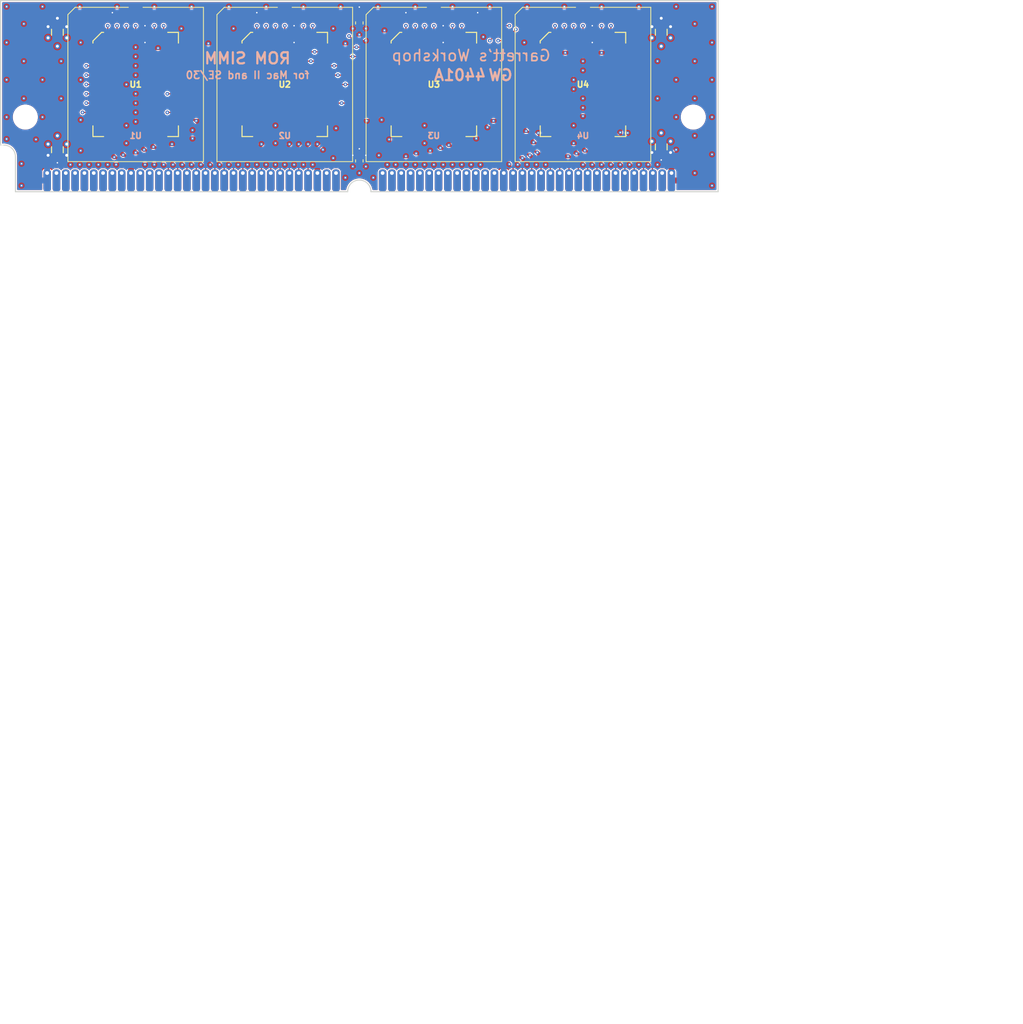
<source format=kicad_pcb>
(kicad_pcb (version 20171130) (host pcbnew "(5.1.5-0-10_14)")
  (layers (0 F.Cu signal) (1 In1.Cu power) (2 In2.Cu signal) (31 B.Cu power) (34 B.Paste user) (35 F.Paste user) (36 B.SilkS user) (37 F.SilkS user) (38 B.Mask user) (39 F.Mask user) (44 Edge.Cuts user))
  (net 0 "")
  (net 1 +5V)
  (net 2 /D0)
  (net 3 /D1)
  (net 4 /~WE~)
  (net 5 /D2)
  (net 6 /D3)
  (net 7 GND)
  (net 8 /D4)
  (net 9 /D5)
  (net 10 /D6)
  (net 11 /A11)
  (net 12 /D7)
  (net 13 /A0)
  (net 14 /A1)
  (net 15 /A2)
  (net 16 /A3)
  (net 17 /A4)
  (net 18 /A5)
  (net 19 /A6)
  (net 20 /A7)
  (net 21 /~CS~)
  (net 22 /~OE~)
  (net 23 /D8)
  (net 24 /D9)
  (net 25 /D10)
  (net 26 /D11)
  (net 27 /D12)
  (net 28 /D13)
  (net 29 /D14)
  (net 30 /D15)
  (net 31 /A8)
  (net 32 /A9)
  (net 33 /A10)
  (net 34 /A12)
  (net 35 /A13)
  (net 36 /A14)
  (net 37 /A15)
  (net 38 /A16)
  (net 39 /A17)
  (net 40 /A18)
  (net 41 /A19)
  (net 42 /A20)
  (net 43 /A21)
  (net 44 /A22)
  (net 45 /D16)
  (net 46 /D17)
  (net 47 /D18)
  (net 48 /D19)
  (net 49 /D20)
  (net 50 /D21)
  (net 51 /D22)
  (net 52 /D23)
  (net 53 /D24)
  (net 54 /D25)
  (net 55 /D26)
  (net 56 /D27)
  (net 57 /D28)
  (net 58 /D29)
  (net 59 /D30)
  (net 60 /D31)
  (net 61 "Net-(J1-Pad63)")
  (module "" (layer F.Cu) (at 90.17 113.03)
    (fp_text reference "" (at 120.65 127.635) (layer F.SilkS) (effects (font (size 1.27 1.27))))
    (fp_text value "" (at 120.65 127.635) (layer F.SilkS) (effects (font (size 1.27 1.27))))
    (fp_text user %R (at 120.65 127.635) (layer F.SilkS) (effects (font (size 0.8128 0.8128) (thickness 0.2032))))
  )
  (module stdpads:MacIIROMSIMM_Edge (layer F.Cu) (at 120.65 127.635)
    (fp_text reference J1 hide)
    (fp_text value ROM)
    (pad 64 thru_hole roundrect (at 42.545 -2.54) (size 1.0414 3.048) (drill 0.508 (offset 0 1.016)) (layers *.Cu *.Mask) (roundrect_rratio 0.4) (net 7 GND))
    (pad 63 thru_hole roundrect (at 41.275 -2.54) (size 1.0414 3.048) (drill 0.508 (offset 0 1.016)) (layers *.Cu *.Mask) (roundrect_rratio 0.4) (net 61 "Net-(J1-Pad63)"))
    (pad 62 thru_hole roundrect (at 40.005 -2.54) (size 1.0414 3.048) (drill 0.508 (offset 0 1.016)) (layers *.Cu *.Mask) (roundrect_rratio 0.4) (net 60 /D31))
    (pad 61 thru_hole roundrect (at 38.735 -2.54) (size 1.0414 3.048) (drill 0.508 (offset 0 1.016)) (layers *.Cu *.Mask) (roundrect_rratio 0.4) (net 59 /D30))
    (pad 60 thru_hole roundrect (at 37.465 -2.54) (size 1.0414 3.048) (drill 0.508 (offset 0 1.016)) (layers *.Cu *.Mask) (roundrect_rratio 0.4) (net 58 /D29))
    (pad 59 thru_hole roundrect (at 36.195 -2.54) (size 1.0414 3.048) (drill 0.508 (offset 0 1.016)) (layers *.Cu *.Mask) (roundrect_rratio 0.4) (net 57 /D28))
    (pad 58 thru_hole roundrect (at 34.925 -2.54) (size 1.0414 3.048) (drill 0.508 (offset 0 1.016)) (layers *.Cu *.Mask) (roundrect_rratio 0.4) (net 56 /D27))
    (pad 57 thru_hole roundrect (at 33.655 -2.54) (size 1.0414 3.048) (drill 0.508 (offset 0 1.016)) (layers *.Cu *.Mask) (roundrect_rratio 0.4) (net 55 /D26))
    (pad 56 thru_hole roundrect (at 32.385 -2.54) (size 1.0414 3.048) (drill 0.508 (offset 0 1.016)) (layers *.Cu *.Mask) (roundrect_rratio 0.4) (net 54 /D25))
    (pad 55 thru_hole roundrect (at 31.115 -2.54) (size 1.0414 3.048) (drill 0.508 (offset 0 1.016)) (layers *.Cu *.Mask) (roundrect_rratio 0.4) (net 53 /D24))
    (pad 54 thru_hole roundrect (at 29.845 -2.54) (size 1.0414 3.048) (drill 0.508 (offset 0 1.016)) (layers *.Cu *.Mask) (roundrect_rratio 0.4) (net 52 /D23))
    (pad 53 thru_hole roundrect (at 28.575 -2.54) (size 1.0414 3.048) (drill 0.508 (offset 0 1.016)) (layers *.Cu *.Mask) (roundrect_rratio 0.4) (net 51 /D22))
    (pad 52 thru_hole roundrect (at 27.305 -2.54) (size 1.0414 3.048) (drill 0.508 (offset 0 1.016)) (layers *.Cu *.Mask) (roundrect_rratio 0.4) (net 50 /D21))
    (pad 51 thru_hole roundrect (at 26.035 -2.54) (size 1.0414 3.048) (drill 0.508 (offset 0 1.016)) (layers *.Cu *.Mask) (roundrect_rratio 0.4) (net 49 /D20))
    (pad 50 thru_hole roundrect (at 24.765 -2.54) (size 1.0414 3.048) (drill 0.508 (offset 0 1.016)) (layers *.Cu *.Mask) (roundrect_rratio 0.4) (net 48 /D19))
    (pad 49 thru_hole roundrect (at 23.495 -2.54) (size 1.0414 3.048) (drill 0.508 (offset 0 1.016)) (layers *.Cu *.Mask) (roundrect_rratio 0.4) (net 47 /D18))
    (pad 48 thru_hole roundrect (at 22.225 -2.54) (size 1.0414 3.048) (drill 0.508 (offset 0 1.016)) (layers *.Cu *.Mask) (roundrect_rratio 0.4) (net 46 /D17))
    (pad 47 thru_hole roundrect (at 20.955 -2.54) (size 1.0414 3.048) (drill 0.508 (offset 0 1.016)) (layers *.Cu *.Mask) (roundrect_rratio 0.4) (net 45 /D16))
    (pad 46 thru_hole roundrect (at 19.685 -2.54) (size 1.0414 3.048) (drill 0.508 (offset 0 1.016)) (layers *.Cu *.Mask) (roundrect_rratio 0.4) (net 1 +5V))
    (pad 45 thru_hole roundrect (at 18.415 -2.54) (size 1.0414 3.048) (drill 0.508 (offset 0 1.016)) (layers *.Cu *.Mask) (roundrect_rratio 0.4) (net 44 /A22))
    (pad 44 thru_hole roundrect (at 17.145 -2.54) (size 1.0414 3.048) (drill 0.508 (offset 0 1.016)) (layers *.Cu *.Mask) (roundrect_rratio 0.4) (net 43 /A21))
    (pad 43 thru_hole roundrect (at 15.875 -2.54) (size 1.0414 3.048) (drill 0.508 (offset 0 1.016)) (layers *.Cu *.Mask) (roundrect_rratio 0.4) (net 42 /A20))
    (pad 42 thru_hole roundrect (at 14.605 -2.54) (size 1.0414 3.048) (drill 0.508 (offset 0 1.016)) (layers *.Cu *.Mask) (roundrect_rratio 0.4) (net 41 /A19))
    (pad 41 thru_hole roundrect (at 13.335 -2.54) (size 1.0414 3.048) (drill 0.508 (offset 0 1.016)) (layers *.Cu *.Mask) (roundrect_rratio 0.4) (net 40 /A18))
    (pad 40 thru_hole roundrect (at 12.065 -2.54) (size 1.0414 3.048) (drill 0.508 (offset 0 1.016)) (layers *.Cu *.Mask) (roundrect_rratio 0.4) (net 39 /A17))
    (pad 39 thru_hole roundrect (at 10.795 -2.54) (size 1.0414 3.048) (drill 0.508 (offset 0 1.016)) (layers *.Cu *.Mask) (roundrect_rratio 0.4) (net 38 /A16))
    (pad 38 thru_hole roundrect (at 9.525 -2.54) (size 1.0414 3.048) (drill 0.508 (offset 0 1.016)) (layers *.Cu *.Mask) (roundrect_rratio 0.4) (net 37 /A15))
    (pad 37 thru_hole roundrect (at 8.255 -2.54) (size 1.0414 3.048) (drill 0.508 (offset 0 1.016)) (layers *.Cu *.Mask) (roundrect_rratio 0.4) (net 36 /A14))
    (pad 36 thru_hole roundrect (at 6.985 -2.54) (size 1.0414 3.048) (drill 0.508 (offset 0 1.016)) (layers *.Cu *.Mask) (roundrect_rratio 0.4) (net 35 /A13))
    (pad 35 thru_hole roundrect (at 5.715 -2.54) (size 1.0414 3.048) (drill 0.508 (offset 0 1.016)) (layers *.Cu *.Mask) (roundrect_rratio 0.4) (net 34 /A12))
    (pad 34 thru_hole roundrect (at 4.445 -2.54) (size 1.0414 3.048) (drill 0.508 (offset 0 1.016)) (layers *.Cu *.Mask) (roundrect_rratio 0.4) (net 11 /A11))
    (pad 33 thru_hole roundrect (at 3.175 -2.54) (size 1.0414 3.048) (drill 0.508 (offset 0 1.016)) (layers *.Cu *.Mask) (roundrect_rratio 0.4) (net 33 /A10))
    (pad 32 thru_hole roundrect (at -3.175 -2.54) (size 1.0414 3.048) (drill 0.508 (offset 0 1.016)) (layers *.Cu *.Mask) (roundrect_rratio 0.4) (net 32 /A9))
    (pad 31 thru_hole roundrect (at -4.445 -2.54) (size 1.0414 3.048) (drill 0.508 (offset 0 1.016)) (layers *.Cu *.Mask) (roundrect_rratio 0.4) (net 31 /A8))
    (pad 30 thru_hole roundrect (at -5.715 -2.54) (size 1.0414 3.048) (drill 0.508 (offset 0 1.016)) (layers *.Cu *.Mask) (roundrect_rratio 0.4) (net 7 GND))
    (pad 29 thru_hole roundrect (at -6.985 -2.54) (size 1.0414 3.048) (drill 0.508 (offset 0 1.016)) (layers *.Cu *.Mask) (roundrect_rratio 0.4) (net 30 /D15))
    (pad 28 thru_hole roundrect (at -8.255 -2.54) (size 1.0414 3.048) (drill 0.508 (offset 0 1.016)) (layers *.Cu *.Mask) (roundrect_rratio 0.4) (net 29 /D14))
    (pad 27 thru_hole roundrect (at -9.525 -2.54) (size 1.0414 3.048) (drill 0.508 (offset 0 1.016)) (layers *.Cu *.Mask) (roundrect_rratio 0.4) (net 28 /D13))
    (pad 26 thru_hole roundrect (at -10.795 -2.54) (size 1.0414 3.048) (drill 0.508 (offset 0 1.016)) (layers *.Cu *.Mask) (roundrect_rratio 0.4) (net 27 /D12))
    (pad 25 thru_hole roundrect (at -12.065 -2.54) (size 1.0414 3.048) (drill 0.508 (offset 0 1.016)) (layers *.Cu *.Mask) (roundrect_rratio 0.4) (net 26 /D11))
    (pad 24 thru_hole roundrect (at -13.335 -2.54) (size 1.0414 3.048) (drill 0.508 (offset 0 1.016)) (layers *.Cu *.Mask) (roundrect_rratio 0.4) (net 25 /D10))
    (pad 23 thru_hole roundrect (at -14.605 -2.54) (size 1.0414 3.048) (drill 0.508 (offset 0 1.016)) (layers *.Cu *.Mask) (roundrect_rratio 0.4) (net 24 /D9))
    (pad 22 thru_hole roundrect (at -15.875 -2.54) (size 1.0414 3.048) (drill 0.508 (offset 0 1.016)) (layers *.Cu *.Mask) (roundrect_rratio 0.4) (net 23 /D8))
    (pad 21 thru_hole roundrect (at -17.145 -2.54) (size 1.0414 3.048) (drill 0.508 (offset 0 1.016)) (layers *.Cu *.Mask) (roundrect_rratio 0.4) (net 12 /D7))
    (pad 20 thru_hole roundrect (at -18.415 -2.54) (size 1.0414 3.048) (drill 0.508 (offset 0 1.016)) (layers *.Cu *.Mask) (roundrect_rratio 0.4) (net 10 /D6))
    (pad 19 thru_hole roundrect (at -19.685 -2.54) (size 1.0414 3.048) (drill 0.508 (offset 0 1.016)) (layers *.Cu *.Mask) (roundrect_rratio 0.4) (net 9 /D5))
    (pad 18 thru_hole roundrect (at -20.955 -2.54) (size 1.0414 3.048) (drill 0.508 (offset 0 1.016)) (layers *.Cu *.Mask) (roundrect_rratio 0.4) (net 8 /D4))
    (pad 17 thru_hole roundrect (at -22.225 -2.54) (size 1.0414 3.048) (drill 0.508 (offset 0 1.016)) (layers *.Cu *.Mask) (roundrect_rratio 0.4) (net 6 /D3))
    (pad 16 thru_hole roundrect (at -23.495 -2.54) (size 1.0414 3.048) (drill 0.508 (offset 0 1.016)) (layers *.Cu *.Mask) (roundrect_rratio 0.4) (net 5 /D2))
    (pad 15 thru_hole roundrect (at -24.765 -2.54) (size 1.0414 3.048) (drill 0.508 (offset 0 1.016)) (layers *.Cu *.Mask) (roundrect_rratio 0.4) (net 3 /D1))
    (pad 14 thru_hole roundrect (at -26.035 -2.54) (size 1.0414 3.048) (drill 0.508 (offset 0 1.016)) (layers *.Cu *.Mask) (roundrect_rratio 0.4) (net 2 /D0))
    (pad 13 thru_hole roundrect (at -27.305 -2.54) (size 1.0414 3.048) (drill 0.508 (offset 0 1.016)) (layers *.Cu *.Mask) (roundrect_rratio 0.4) (net 4 /~WE~))
    (pad 12 thru_hole roundrect (at -28.575 -2.54) (size 1.0414 3.048) (drill 0.508 (offset 0 1.016)) (layers *.Cu *.Mask) (roundrect_rratio 0.4) (net 22 /~OE~))
    (pad 11 thru_hole roundrect (at -29.845 -2.54) (size 1.0414 3.048) (drill 0.508 (offset 0 1.016)) (layers *.Cu *.Mask) (roundrect_rratio 0.4) (net 21 /~CS~))
    (pad 10 thru_hole roundrect (at -31.115 -2.54) (size 1.0414 3.048) (drill 0.508 (offset 0 1.016)) (layers *.Cu *.Mask) (roundrect_rratio 0.4) (net 7 GND))
    (pad 9 thru_hole roundrect (at -32.385 -2.54) (size 1.0414 3.048) (drill 0.508 (offset 0 1.016)) (layers *.Cu *.Mask) (roundrect_rratio 0.4) (net 20 /A7))
    (pad 8 thru_hole roundrect (at -33.655 -2.54) (size 1.0414 3.048) (drill 0.508 (offset 0 1.016)) (layers *.Cu *.Mask) (roundrect_rratio 0.4) (net 19 /A6))
    (pad 7 thru_hole roundrect (at -34.925 -2.54) (size 1.0414 3.048) (drill 0.508 (offset 0 1.016)) (layers *.Cu *.Mask) (roundrect_rratio 0.4) (net 18 /A5))
    (pad 6 thru_hole roundrect (at -36.195 -2.54) (size 1.0414 3.048) (drill 0.508 (offset 0 1.016)) (layers *.Cu *.Mask) (roundrect_rratio 0.4) (net 17 /A4))
    (pad 5 thru_hole roundrect (at -37.465 -2.54) (size 1.0414 3.048) (drill 0.508 (offset 0 1.016)) (layers *.Cu *.Mask) (roundrect_rratio 0.4) (net 16 /A3))
    (pad 4 thru_hole roundrect (at -38.735 -2.54) (size 1.0414 3.048) (drill 0.508 (offset 0 1.016)) (layers *.Cu *.Mask) (roundrect_rratio 0.4) (net 15 /A2))
    (pad 3 thru_hole roundrect (at -40.005 -2.54) (size 1.0414 3.048) (drill 0.508 (offset 0 1.016)) (layers *.Cu *.Mask) (roundrect_rratio 0.4) (net 14 /A1))
    (pad 2 thru_hole roundrect (at -41.275 -2.54) (size 1.0414 3.048) (drill 0.508 (offset 0 1.016)) (layers *.Cu *.Mask) (roundrect_rratio 0.4) (net 13 /A0))
    (pad 1 thru_hole roundrect (at -42.545 -2.54) (size 1.0414 3.048) (drill 0.508 (offset 0 1.016)) (layers *.Cu *.Mask) (roundrect_rratio 0.4) (net 1 +5V))
  )
  (module stdpads:C_0603 (layer F.Cu) (at 120.65 123.444 270)
    (fp_text reference C5)
    (fp_text value 2u2)
    (pad 1 smd roundrect (at -0.75 0 270) (size 0.85 0.95) (layers F.Cu F.Paste F.Mask) (net 1 +5V))
    (pad 2 smd roundrect (at 0.75 0 270) (size 0.85 0.95) (layers F.Cu F.Paste F.Mask) (net 7 GND))
  )
  (module stdpads:C_0603 (layer F.Cu) (at 120.65 104.648 270)
    (fp_text reference C6)
    (fp_text value 2u2)
    (pad 2 smd roundrect (at 0.75 0 270) (size 0.85 0.95) (layers F.Cu F.Paste F.Mask) (net 7 GND))
    (pad 1 smd roundrect (at -0.75 0 270) (size 0.85 0.95) (layers F.Cu F.Paste F.Mask) (net 1 +5V))
  )
  (module stdpads:PLCC-32_SMDSocket (layer F.Cu) (at 90.17 113.03)
    (fp_text reference U1)
    (fp_text value D31-24)
    (fp_text user %R (at 0 0) (layer F.SilkS) (effects (font (size 0.8128 0.8128) (thickness 0.2032))))
    (pad 1 smd roundrect (at 0 -6.8375) (size 0.6 1.475) (layers F.Cu F.Paste F.Mask) (net 42 /A20))
    (pad 2 smd roundrect (at -1.27 -6.8375) (size 0.6 1.475) (layers F.Cu F.Paste F.Mask) (net 40 /A18))
    (pad 3 smd roundrect (at -2.54 -6.8375) (size 0.6 1.475) (layers F.Cu F.Paste F.Mask) (net 39 /A17))
    (pad 4 smd roundrect (at -3.81 -6.8375) (size 0.6 1.475) (layers F.Cu F.Paste F.Mask) (net 36 /A14))
    (pad 5 smd roundrect (at -5.5625 -5.08) (size 1.475 0.6) (layers F.Cu F.Paste F.Mask) (net 32 /A9))
    (pad 6 smd roundrect (at -5.5625 -3.81) (size 1.475 0.6) (layers F.Cu F.Paste F.Mask) (net 31 /A8))
    (pad 7 smd roundrect (at -5.5625 -2.54) (size 1.475 0.6) (layers F.Cu F.Paste F.Mask) (net 20 /A7))
    (pad 8 smd roundrect (at -5.5625 -1.27) (size 1.475 0.6) (layers F.Cu F.Paste F.Mask) (net 19 /A6))
    (pad 9 smd roundrect (at -5.5625 0) (size 1.475 0.6) (layers F.Cu F.Paste F.Mask) (net 18 /A5))
    (pad 10 smd roundrect (at -5.5625 1.27) (size 1.475 0.6) (layers F.Cu F.Paste F.Mask) (net 17 /A4))
    (pad 11 smd roundrect (at -5.5625 2.54) (size 1.475 0.6) (layers F.Cu F.Paste F.Mask) (net 16 /A3))
    (pad 12 smd roundrect (at -5.5625 3.81) (size 1.475 0.6) (layers F.Cu F.Paste F.Mask) (net 15 /A2))
    (pad 13 smd roundrect (at -5.5625 5.08) (size 1.475 0.6) (layers F.Cu F.Paste F.Mask) (net 2 /D0))
    (pad 14 smd roundrect (at -3.81 6.8375) (size 0.6 1.475) (layers F.Cu F.Paste F.Mask) (net 3 /D1))
    (pad 15 smd roundrect (at -2.54 6.8375) (size 0.6 1.475) (layers F.Cu F.Paste F.Mask) (net 5 /D2))
    (pad 16 smd roundrect (at -1.27 6.8375) (size 0.6 1.475) (layers F.Cu F.Paste F.Mask) (net 7 GND))
    (pad 17 smd roundrect (at 0 6.8375) (size 0.6 1.475) (layers F.Cu F.Paste F.Mask) (net 6 /D3))
    (pad 18 smd roundrect (at 1.27 6.8375) (size 0.6 1.475) (layers F.Cu F.Paste F.Mask) (net 8 /D4))
    (pad 19 smd roundrect (at 2.54 6.8375) (size 0.6 1.475) (layers F.Cu F.Paste F.Mask) (net 9 /D5))
    (pad 20 smd roundrect (at 3.81 6.8375) (size 0.6 1.475) (layers F.Cu F.Paste F.Mask) (net 10 /D6))
    (pad 21 smd roundrect (at 5.5625 5.08) (size 1.475 0.6) (layers F.Cu F.Paste F.Mask) (net 12 /D7))
    (pad 22 smd roundrect (at 5.5625 3.81) (size 1.475 0.6) (layers F.Cu F.Paste F.Mask) (net 21 /~CS~))
    (pad 23 smd roundrect (at 5.5625 2.54) (size 1.475 0.6) (layers F.Cu F.Paste F.Mask) (net 34 /A12))
    (pad 24 smd roundrect (at 5.5625 1.27) (size 1.475 0.6) (layers F.Cu F.Paste F.Mask) (net 22 /~OE~))
    (pad 25 smd roundrect (at 5.5625 0) (size 1.475 0.6) (layers F.Cu F.Paste F.Mask) (net 35 /A13))
    (pad 26 smd roundrect (at 5.5625 -1.27) (size 1.475 0.6) (layers F.Cu F.Paste F.Mask) (net 11 /A11))
    (pad 27 smd roundrect (at 5.5625 -2.54) (size 1.475 0.6) (layers F.Cu F.Paste F.Mask) (net 33 /A10))
    (pad 28 smd roundrect (at 5.5625 -3.81) (size 1.475 0.6) (layers F.Cu F.Paste F.Mask) (net 37 /A15))
    (pad 29 smd roundrect (at 5.5625 -5.08) (size 1.475 0.6) (layers F.Cu F.Paste F.Mask) (net 38 /A16))
    (pad 30 smd roundrect (at 3.81 -6.8375) (size 0.6 1.475) (layers F.Cu F.Paste F.Mask) (net 41 /A19))
    (pad 31 smd roundrect (at 2.54 -6.8375) (size 0.6 1.475) (layers F.Cu F.Paste F.Mask) (net 4 /~WE~))
    (pad 32 smd roundrect (at 1.27 -6.8375) (size 0.6 1.475) (layers F.Cu F.Paste F.Mask) (net 1 +5V))
  )
  (module stdpads:PLCC-32_SMDSocket (layer F.Cu) (at 130.81 113.03)
    (fp_text reference U3)
    (fp_text value D15-8)
    (fp_text user %R (at 0 0) (layer F.SilkS) (effects (font (size 0.8128 0.8128) (thickness 0.2032))))
    (pad 1 smd roundrect (at 0 -6.8375) (size 0.6 1.475) (layers F.Cu F.Paste F.Mask) (net 42 /A20))
    (pad 2 smd roundrect (at -1.27 -6.8375) (size 0.6 1.475) (layers F.Cu F.Paste F.Mask) (net 40 /A18))
    (pad 3 smd roundrect (at -2.54 -6.8375) (size 0.6 1.475) (layers F.Cu F.Paste F.Mask) (net 39 /A17))
    (pad 4 smd roundrect (at -3.81 -6.8375) (size 0.6 1.475) (layers F.Cu F.Paste F.Mask) (net 36 /A14))
    (pad 5 smd roundrect (at -5.5625 -5.08) (size 1.475 0.6) (layers F.Cu F.Paste F.Mask) (net 32 /A9))
    (pad 6 smd roundrect (at -5.5625 -3.81) (size 1.475 0.6) (layers F.Cu F.Paste F.Mask) (net 31 /A8))
    (pad 7 smd roundrect (at -5.5625 -2.54) (size 1.475 0.6) (layers F.Cu F.Paste F.Mask) (net 20 /A7))
    (pad 8 smd roundrect (at -5.5625 -1.27) (size 1.475 0.6) (layers F.Cu F.Paste F.Mask) (net 19 /A6))
    (pad 9 smd roundrect (at -5.5625 0) (size 1.475 0.6) (layers F.Cu F.Paste F.Mask) (net 18 /A5))
    (pad 10 smd roundrect (at -5.5625 1.27) (size 1.475 0.6) (layers F.Cu F.Paste F.Mask) (net 17 /A4))
    (pad 11 smd roundrect (at -5.5625 2.54) (size 1.475 0.6) (layers F.Cu F.Paste F.Mask) (net 16 /A3))
    (pad 12 smd roundrect (at -5.5625 3.81) (size 1.475 0.6) (layers F.Cu F.Paste F.Mask) (net 15 /A2))
    (pad 13 smd roundrect (at -5.5625 5.08) (size 1.475 0.6) (layers F.Cu F.Paste F.Mask) (net 45 /D16))
    (pad 14 smd roundrect (at -3.81 6.8375) (size 0.6 1.475) (layers F.Cu F.Paste F.Mask) (net 46 /D17))
    (pad 15 smd roundrect (at -2.54 6.8375) (size 0.6 1.475) (layers F.Cu F.Paste F.Mask) (net 47 /D18))
    (pad 16 smd roundrect (at -1.27 6.8375) (size 0.6 1.475) (layers F.Cu F.Paste F.Mask) (net 7 GND))
    (pad 17 smd roundrect (at 0 6.8375) (size 0.6 1.475) (layers F.Cu F.Paste F.Mask) (net 48 /D19))
    (pad 18 smd roundrect (at 1.27 6.8375) (size 0.6 1.475) (layers F.Cu F.Paste F.Mask) (net 49 /D20))
    (pad 19 smd roundrect (at 2.54 6.8375) (size 0.6 1.475) (layers F.Cu F.Paste F.Mask) (net 50 /D21))
    (pad 20 smd roundrect (at 3.81 6.8375) (size 0.6 1.475) (layers F.Cu F.Paste F.Mask) (net 51 /D22))
    (pad 21 smd roundrect (at 5.5625 5.08) (size 1.475 0.6) (layers F.Cu F.Paste F.Mask) (net 52 /D23))
    (pad 22 smd roundrect (at 5.5625 3.81) (size 1.475 0.6) (layers F.Cu F.Paste F.Mask) (net 21 /~CS~))
    (pad 23 smd roundrect (at 5.5625 2.54) (size 1.475 0.6) (layers F.Cu F.Paste F.Mask) (net 34 /A12))
    (pad 24 smd roundrect (at 5.5625 1.27) (size 1.475 0.6) (layers F.Cu F.Paste F.Mask) (net 22 /~OE~))
    (pad 25 smd roundrect (at 5.5625 0) (size 1.475 0.6) (layers F.Cu F.Paste F.Mask) (net 35 /A13))
    (pad 26 smd roundrect (at 5.5625 -1.27) (size 1.475 0.6) (layers F.Cu F.Paste F.Mask) (net 11 /A11))
    (pad 27 smd roundrect (at 5.5625 -2.54) (size 1.475 0.6) (layers F.Cu F.Paste F.Mask) (net 33 /A10))
    (pad 28 smd roundrect (at 5.5625 -3.81) (size 1.475 0.6) (layers F.Cu F.Paste F.Mask) (net 37 /A15))
    (pad 29 smd roundrect (at 5.5625 -5.08) (size 1.475 0.6) (layers F.Cu F.Paste F.Mask) (net 38 /A16))
    (pad 30 smd roundrect (at 3.81 -6.8375) (size 0.6 1.475) (layers F.Cu F.Paste F.Mask) (net 41 /A19))
    (pad 31 smd roundrect (at 2.54 -6.8375) (size 0.6 1.475) (layers F.Cu F.Paste F.Mask) (net 4 /~WE~))
    (pad 32 smd roundrect (at 1.27 -6.8375) (size 0.6 1.475) (layers F.Cu F.Paste F.Mask) (net 1 +5V))
  )
  (module stdpads:PLCC-32_SMDSocket (layer F.Cu) (at 151.13 113.03)
    (fp_text reference U4)
    (fp_text value D7-0)
    (fp_text user %R (at 0 0) (layer F.SilkS) (effects (font (size 0.8128 0.8128) (thickness 0.2032))))
    (pad 32 smd roundrect (at 1.27 -6.8375) (size 0.6 1.475) (layers F.Cu F.Paste F.Mask) (net 1 +5V))
    (pad 31 smd roundrect (at 2.54 -6.8375) (size 0.6 1.475) (layers F.Cu F.Paste F.Mask) (net 4 /~WE~))
    (pad 30 smd roundrect (at 3.81 -6.8375) (size 0.6 1.475) (layers F.Cu F.Paste F.Mask) (net 41 /A19))
    (pad 29 smd roundrect (at 5.5625 -5.08) (size 1.475 0.6) (layers F.Cu F.Paste F.Mask) (net 38 /A16))
    (pad 28 smd roundrect (at 5.5625 -3.81) (size 1.475 0.6) (layers F.Cu F.Paste F.Mask) (net 37 /A15))
    (pad 27 smd roundrect (at 5.5625 -2.54) (size 1.475 0.6) (layers F.Cu F.Paste F.Mask) (net 33 /A10))
    (pad 26 smd roundrect (at 5.5625 -1.27) (size 1.475 0.6) (layers F.Cu F.Paste F.Mask) (net 11 /A11))
    (pad 25 smd roundrect (at 5.5625 0) (size 1.475 0.6) (layers F.Cu F.Paste F.Mask) (net 35 /A13))
    (pad 24 smd roundrect (at 5.5625 1.27) (size 1.475 0.6) (layers F.Cu F.Paste F.Mask) (net 22 /~OE~))
    (pad 23 smd roundrect (at 5.5625 2.54) (size 1.475 0.6) (layers F.Cu F.Paste F.Mask) (net 34 /A12))
    (pad 22 smd roundrect (at 5.5625 3.81) (size 1.475 0.6) (layers F.Cu F.Paste F.Mask) (net 21 /~CS~))
    (pad 21 smd roundrect (at 5.5625 5.08) (size 1.475 0.6) (layers F.Cu F.Paste F.Mask) (net 60 /D31))
    (pad 20 smd roundrect (at 3.81 6.8375) (size 0.6 1.475) (layers F.Cu F.Paste F.Mask) (net 59 /D30))
    (pad 19 smd roundrect (at 2.54 6.8375) (size 0.6 1.475) (layers F.Cu F.Paste F.Mask) (net 58 /D29))
    (pad 18 smd roundrect (at 1.27 6.8375) (size 0.6 1.475) (layers F.Cu F.Paste F.Mask) (net 57 /D28))
    (pad 17 smd roundrect (at 0 6.8375) (size 0.6 1.475) (layers F.Cu F.Paste F.Mask) (net 56 /D27))
    (pad 16 smd roundrect (at -1.27 6.8375) (size 0.6 1.475) (layers F.Cu F.Paste F.Mask) (net 7 GND))
    (pad 15 smd roundrect (at -2.54 6.8375) (size 0.6 1.475) (layers F.Cu F.Paste F.Mask) (net 55 /D26))
    (pad 14 smd roundrect (at -3.81 6.8375) (size 0.6 1.475) (layers F.Cu F.Paste F.Mask) (net 54 /D25))
    (pad 13 smd roundrect (at -5.5625 5.08) (size 1.475 0.6) (layers F.Cu F.Paste F.Mask) (net 53 /D24))
    (pad 12 smd roundrect (at -5.5625 3.81) (size 1.475 0.6) (layers F.Cu F.Paste F.Mask) (net 15 /A2))
    (pad 11 smd roundrect (at -5.5625 2.54) (size 1.475 0.6) (layers F.Cu F.Paste F.Mask) (net 16 /A3))
    (pad 10 smd roundrect (at -5.5625 1.27) (size 1.475 0.6) (layers F.Cu F.Paste F.Mask) (net 17 /A4))
    (pad 9 smd roundrect (at -5.5625 0) (size 1.475 0.6) (layers F.Cu F.Paste F.Mask) (net 18 /A5))
    (pad 8 smd roundrect (at -5.5625 -1.27) (size 1.475 0.6) (layers F.Cu F.Paste F.Mask) (net 19 /A6))
    (pad 7 smd roundrect (at -5.5625 -2.54) (size 1.475 0.6) (layers F.Cu F.Paste F.Mask) (net 20 /A7))
    (pad 6 smd roundrect (at -5.5625 -3.81) (size 1.475 0.6) (layers F.Cu F.Paste F.Mask) (net 31 /A8))
    (pad 5 smd roundrect (at -5.5625 -5.08) (size 1.475 0.6) (layers F.Cu F.Paste F.Mask) (net 32 /A9))
    (pad 4 smd roundrect (at -3.81 -6.8375) (size 0.6 1.475) (layers F.Cu F.Paste F.Mask) (net 36 /A14))
    (pad 3 smd roundrect (at -2.54 -6.8375) (size 0.6 1.475) (layers F.Cu F.Paste F.Mask) (net 39 /A17))
    (pad 2 smd roundrect (at -1.27 -6.8375) (size 0.6 1.475) (layers F.Cu F.Paste F.Mask) (net 40 /A18))
    (pad 1 smd roundrect (at 0 -6.8375) (size 0.6 1.475) (layers F.Cu F.Paste F.Mask) (net 42 /A20))
  )
  (module stdpads:PLCC-32_SMDSocket (layer F.Cu) (at 110.49 113.03)
    (fp_text reference U2)
    (fp_text value D23-16)
    (fp_text user %R (at 0 0) (layer F.SilkS) (effects (font (size 0.8128 0.8128) (thickness 0.2032))))
    (pad 32 smd roundrect (at 1.27 -6.8375) (size 0.6 1.475) (layers F.Cu F.Paste F.Mask) (net 1 +5V))
    (pad 31 smd roundrect (at 2.54 -6.8375) (size 0.6 1.475) (layers F.Cu F.Paste F.Mask) (net 4 /~WE~))
    (pad 30 smd roundrect (at 3.81 -6.8375) (size 0.6 1.475) (layers F.Cu F.Paste F.Mask) (net 41 /A19))
    (pad 29 smd roundrect (at 5.5625 -5.08) (size 1.475 0.6) (layers F.Cu F.Paste F.Mask) (net 38 /A16))
    (pad 28 smd roundrect (at 5.5625 -3.81) (size 1.475 0.6) (layers F.Cu F.Paste F.Mask) (net 37 /A15))
    (pad 27 smd roundrect (at 5.5625 -2.54) (size 1.475 0.6) (layers F.Cu F.Paste F.Mask) (net 33 /A10))
    (pad 26 smd roundrect (at 5.5625 -1.27) (size 1.475 0.6) (layers F.Cu F.Paste F.Mask) (net 11 /A11))
    (pad 25 smd roundrect (at 5.5625 0) (size 1.475 0.6) (layers F.Cu F.Paste F.Mask) (net 35 /A13))
    (pad 24 smd roundrect (at 5.5625 1.27) (size 1.475 0.6) (layers F.Cu F.Paste F.Mask) (net 22 /~OE~))
    (pad 23 smd roundrect (at 5.5625 2.54) (size 1.475 0.6) (layers F.Cu F.Paste F.Mask) (net 34 /A12))
    (pad 22 smd roundrect (at 5.5625 3.81) (size 1.475 0.6) (layers F.Cu F.Paste F.Mask) (net 21 /~CS~))
    (pad 21 smd roundrect (at 5.5625 5.08) (size 1.475 0.6) (layers F.Cu F.Paste F.Mask) (net 30 /D15))
    (pad 20 smd roundrect (at 3.81 6.8375) (size 0.6 1.475) (layers F.Cu F.Paste F.Mask) (net 29 /D14))
    (pad 19 smd roundrect (at 2.54 6.8375) (size 0.6 1.475) (layers F.Cu F.Paste F.Mask) (net 28 /D13))
    (pad 18 smd roundrect (at 1.27 6.8375) (size 0.6 1.475) (layers F.Cu F.Paste F.Mask) (net 27 /D12))
    (pad 17 smd roundrect (at 0 6.8375) (size 0.6 1.475) (layers F.Cu F.Paste F.Mask) (net 26 /D11))
    (pad 16 smd roundrect (at -1.27 6.8375) (size 0.6 1.475) (layers F.Cu F.Paste F.Mask) (net 7 GND))
    (pad 15 smd roundrect (at -2.54 6.8375) (size 0.6 1.475) (layers F.Cu F.Paste F.Mask) (net 25 /D10))
    (pad 14 smd roundrect (at -3.81 6.8375) (size 0.6 1.475) (layers F.Cu F.Paste F.Mask) (net 24 /D9))
    (pad 13 smd roundrect (at -5.5625 5.08) (size 1.475 0.6) (layers F.Cu F.Paste F.Mask) (net 23 /D8))
    (pad 12 smd roundrect (at -5.5625 3.81) (size 1.475 0.6) (layers F.Cu F.Paste F.Mask) (net 15 /A2))
    (pad 11 smd roundrect (at -5.5625 2.54) (size 1.475 0.6) (layers F.Cu F.Paste F.Mask) (net 16 /A3))
    (pad 10 smd roundrect (at -5.5625 1.27) (size 1.475 0.6) (layers F.Cu F.Paste F.Mask) (net 17 /A4))
    (pad 9 smd roundrect (at -5.5625 0) (size 1.475 0.6) (layers F.Cu F.Paste F.Mask) (net 18 /A5))
    (pad 8 smd roundrect (at -5.5625 -1.27) (size 1.475 0.6) (layers F.Cu F.Paste F.Mask) (net 19 /A6))
    (pad 7 smd roundrect (at -5.5625 -2.54) (size 1.475 0.6) (layers F.Cu F.Paste F.Mask) (net 20 /A7))
    (pad 6 smd roundrect (at -5.5625 -3.81) (size 1.475 0.6) (layers F.Cu F.Paste F.Mask) (net 31 /A8))
    (pad 5 smd roundrect (at -5.5625 -5.08) (size 1.475 0.6) (layers F.Cu F.Paste F.Mask) (net 32 /A9))
    (pad 4 smd roundrect (at -3.81 -6.8375) (size 0.6 1.475) (layers F.Cu F.Paste F.Mask) (net 36 /A14))
    (pad 3 smd roundrect (at -2.54 -6.8375) (size 0.6 1.475) (layers F.Cu F.Paste F.Mask) (net 39 /A17))
    (pad 2 smd roundrect (at -1.27 -6.8375) (size 0.6 1.475) (layers F.Cu F.Paste F.Mask) (net 40 /A18))
    (pad 1 smd roundrect (at 0 -6.8375) (size 0.6 1.475) (layers F.Cu F.Paste F.Mask) (net 42 /A20))
  )
  (module stdpads:C_0805 (layer F.Cu) (at 79.502 121.92 90)
    (fp_text reference C2)
    (fp_text value 10u)
    (pad 1 smd roundrect (at -0.85 0 90) (size 1.05 1.4) (layers F.Cu F.Paste F.Mask) (net 1 +5V))
    (pad 2 smd roundrect (at 0.85 0 90) (size 1.05 1.4) (layers F.Cu F.Paste F.Mask) (net 7 GND))
  )
  (module stdpads:C_0805 (layer F.Cu) (at 79.502 105.918 270)
    (fp_text reference C1)
    (fp_text value 10u)
    (pad 2 smd roundrect (at 0.85 0 270) (size 1.05 1.4) (layers F.Cu F.Paste F.Mask) (net 7 GND))
    (pad 1 smd roundrect (at -0.85 0 270) (size 1.05 1.4) (layers F.Cu F.Paste F.Mask) (net 1 +5V))
  )
  (module Conn:MH_125 (layer F.Cu) (at 166.1668 117.475)
    (fp_text reference H2 hide)
    (fp_text value MountingHole hide)
    (pad "" np_thru_hole circle (at 0 0) (size 3.1242 3.1242) (drill 3.1242) (layers *.Cu *.Mask))
  )
  (module Conn:MH_125 (layer F.Cu) (at 75.1332 117.475)
    (fp_text reference H1 hide)
    (fp_text value MountingHole hide)
    (pad "" np_thru_hole circle (at 0 0) (size 3.1242 3.1242) (drill 3.1242) (layers *.Cu *.Mask))
  )
  (module stdpads:C_0805 (layer F.Cu) (at 161.798 105.918 270)
    (fp_text reference C3)
    (fp_text value 10u)
    (pad 1 smd roundrect (at -0.85 0 270) (size 1.05 1.4) (layers F.Cu F.Paste F.Mask) (net 1 +5V))
    (pad 2 smd roundrect (at 0.85 0 270) (size 1.05 1.4) (layers F.Cu F.Paste F.Mask) (net 7 GND))
  )
  (module stdpads:C_0805 (layer F.Cu) (at 161.798 121.539 90)
    (fp_text reference C4)
    (fp_text value 10u)
    (pad 2 smd roundrect (at 0.85 0 90) (size 1.05 1.4) (layers F.Cu F.Paste F.Mask) (net 7 GND))
    (pad 1 smd roundrect (at -0.85 0 90) (size 1.05 1.4) (layers F.Cu F.Paste F.Mask) (net 1 +5V))
  )
  (gr_text U4 (at 151.13 120.015) (layer B.SilkS) (effects (font (size 0.8128 0.8128) (thickness 0.2032)) (justify mirror)))
  (gr_text U3 (at 130.81 120.015) (layer B.SilkS) (effects (font (size 0.8128 0.8128) (thickness 0.2032)) (justify mirror)))
  (gr_text U2 (at 110.49 120.015) (layer B.SilkS) (effects (font (size 0.8128 0.8128) (thickness 0.2032)) (justify mirror)))
  (gr_text U1 (at 90.17 120.015) (layer B.SilkS) (effects (font (size 0.8128 0.8128) (thickness 0.2032)) (justify mirror)))
  (gr_text "ROM SIMM" (at 105.41 109.474) (layer B.SilkS) (effects (font (size 1.524 1.524) (thickness 0.3)) (justify mirror)))
  (gr_text "Garrett’s Workshop" (at 135.89 109.093) (layer B.SilkS) (effects (font (size 1.524 1.524) (thickness 0.225)) (justify mirror)))
  (gr_text GW (at 138.090714 111.76) (layer B.SilkS) (effects (font (size 1.5 1.5) (thickness 0.3)) (justify right mirror)))
  (gr_text "for Mac II and SE/30" (at 105.41 111.76) (layer B.SilkS) (effects (font (size 1.016 1.016) (thickness 0.2032)) (justify mirror)))
  (gr_text 4401A (at 138.070286 111.76) (layer B.SilkS) (effects (font (size 1.5 1.5) (thickness 0.3)) (justify left mirror)))
  (gr_line (start 71.755 121.285) (end 72.1995 121.285) (layer Edge.Cuts) (width 0.05))
  (gr_line (start 73.787 122.8725) (end 73.787 127.635) (layer Edge.Cuts) (width 0.15))
  (gr_line (start 73.787 127.635) (end 119.0625 127.635) (layer Edge.Cuts) (width 0.15))
  (gr_line (start 122.2375 127.635) (end 169.545 127.635) (layer Edge.Cuts) (width 0.15))
  (gr_line (start 169.545 127.635) (end 169.545 101.6) (layer Edge.Cuts) (width 0.15))
  (gr_line (start 71.755 121.285) (end 71.755 101.6) (layer Edge.Cuts) (width 0.15))
  (gr_arc (start 72.1995 122.8725) (end 73.787 122.8725) (angle -90) (layer Edge.Cuts) (width 0.15))
  (gr_arc (start 120.65 127.635) (end 122.2375 127.635) (angle -180) (layer Edge.Cuts) (width 0.15))
  (gr_line (start 71.755 101.6) (end 169.545 101.6) (layer Edge.Cuts) (width 0.15))
  (via (at 91.44 105.029) (size 0.508) (drill 0.2) (layers F.Cu B.Cu) (net 1))
  (segment (start 91.44 106.1925) (end 91.44 105.029) (width 0.508) (layer F.Cu) (net 1))
  (via (at 91.44 107.315) (size 0.508) (drill 0.2) (layers F.Cu B.Cu) (net 1))
  (segment (start 91.44 106.1925) (end 91.44 107.315) (width 0.508) (layer F.Cu) (net 1))
  (segment (start 111.76 106.1925) (end 111.76 107.315) (width 0.508) (layer F.Cu) (net 1))
  (via (at 111.76 107.315) (size 0.508) (drill 0.2) (layers F.Cu B.Cu) (net 1))
  (segment (start 111.76 106.1925) (end 111.76 105.029) (width 0.508) (layer F.Cu) (net 1))
  (via (at 111.76 105.029) (size 0.508) (drill 0.2) (layers F.Cu B.Cu) (net 1))
  (segment (start 132.08 106.1925) (end 132.08 105.029) (width 0.508) (layer F.Cu) (net 1))
  (via (at 132.08 107.315) (size 0.508) (drill 0.2) (layers F.Cu B.Cu) (net 1))
  (via (at 132.08 105.029) (size 0.508) (drill 0.2) (layers F.Cu B.Cu) (net 1))
  (segment (start 132.08 106.1925) (end 132.08 107.315) (width 0.508) (layer F.Cu) (net 1))
  (via (at 152.4 105.029) (size 0.508) (drill 0.2) (layers F.Cu B.Cu) (net 1))
  (segment (start 152.4 106.1925) (end 152.4 107.315) (width 0.508) (layer F.Cu) (net 1))
  (via (at 152.4 107.315) (size 0.508) (drill 0.2) (layers F.Cu B.Cu) (net 1))
  (segment (start 152.4 106.1925) (end 152.4 105.029) (width 0.508) (layer F.Cu) (net 1))
  (via (at 78.232 122.682) (size 0.8) (drill 0.4) (layers F.Cu B.Cu) (net 1))
  (segment (start 78.32 122.77) (end 78.232 122.682) (width 0.8) (layer F.Cu) (net 1))
  (segment (start 79.502 122.77) (end 78.32 122.77) (width 0.8) (layer F.Cu) (net 1))
  (via (at 80.772 122.682) (size 0.8) (drill 0.4) (layers F.Cu B.Cu) (net 1))
  (segment (start 80.684 122.77) (end 80.772 122.682) (width 0.8) (layer F.Cu) (net 1))
  (segment (start 79.502 122.77) (end 80.684 122.77) (width 0.8) (layer F.Cu) (net 1))
  (via (at 163.068 122.301) (size 0.8) (drill 0.4) (layers F.Cu B.Cu) (net 1))
  (segment (start 162.98 122.389) (end 163.068 122.301) (width 0.8) (layer F.Cu) (net 1))
  (segment (start 161.798 122.389) (end 162.98 122.389) (width 0.8) (layer F.Cu) (net 1))
  (segment (start 78.32 105.068) (end 78.232 105.156) (width 0.8) (layer F.Cu) (net 1))
  (via (at 78.232 105.156) (size 0.8) (drill 0.4) (layers F.Cu B.Cu) (net 1))
  (segment (start 79.502 105.068) (end 78.32 105.068) (width 0.8) (layer F.Cu) (net 1))
  (via (at 80.772 105.156) (size 0.8) (drill 0.4) (layers F.Cu B.Cu) (net 1))
  (segment (start 80.684 105.068) (end 80.772 105.156) (width 0.8) (layer F.Cu) (net 1))
  (segment (start 79.502 105.068) (end 80.684 105.068) (width 0.8) (layer F.Cu) (net 1))
  (segment (start 160.616 105.068) (end 160.528 105.156) (width 0.8) (layer F.Cu) (net 1))
  (via (at 160.528 105.156) (size 0.8) (drill 0.4) (layers F.Cu B.Cu) (net 1))
  (segment (start 161.798 105.068) (end 160.616 105.068) (width 0.8) (layer F.Cu) (net 1))
  (via (at 163.068 105.156) (size 0.8) (drill 0.4) (layers F.Cu B.Cu) (net 1))
  (segment (start 162.98 105.068) (end 163.068 105.156) (width 0.8) (layer F.Cu) (net 1))
  (segment (start 161.798 105.068) (end 162.98 105.068) (width 0.8) (layer F.Cu) (net 1))
  (via (at 161.798 104.013) (size 0.8) (drill 0.4) (layers F.Cu B.Cu) (net 1))
  (segment (start 161.798 105.068) (end 161.798 104.013) (width 0.8) (layer F.Cu) (net 1))
  (via (at 79.502 104.013) (size 0.8) (drill 0.4) (layers F.Cu B.Cu) (net 1))
  (segment (start 79.502 105.068) (end 79.502 104.013) (width 0.8) (layer F.Cu) (net 1))
  (segment (start 91.44 104.648) (end 91.44 105.029) (width 0.762) (layer F.Cu) (net 1))
  (segment (start 79.629 103.886) (end 90.678 103.886) (width 0.762) (layer F.Cu) (net 1))
  (segment (start 90.678 103.886) (end 91.44 104.648) (width 0.762) (layer F.Cu) (net 1))
  (segment (start 79.502 104.013) (end 79.629 103.886) (width 0.762) (layer F.Cu) (net 1))
  (segment (start 91.44 104.648) (end 92.202 103.886) (width 0.762) (layer F.Cu) (net 1))
  (segment (start 92.202 103.886) (end 111.125 103.886) (width 0.762) (layer F.Cu) (net 1))
  (segment (start 111.76 104.521) (end 111.76 105.029) (width 0.762) (layer F.Cu) (net 1))
  (segment (start 111.125 103.886) (end 111.76 104.521) (width 0.762) (layer F.Cu) (net 1))
  (segment (start 111.76 104.521) (end 112.395 103.886) (width 0.762) (layer F.Cu) (net 1))
  (segment (start 132.08 104.648) (end 132.08 105.029) (width 0.762) (layer F.Cu) (net 1))
  (segment (start 131.318 103.886) (end 132.08 104.648) (width 0.762) (layer F.Cu) (net 1))
  (segment (start 152.4 104.648) (end 152.4 105.029) (width 0.762) (layer F.Cu) (net 1))
  (segment (start 132.842 103.886) (end 151.638 103.886) (width 0.762) (layer F.Cu) (net 1))
  (segment (start 132.08 104.648) (end 132.842 103.886) (width 0.762) (layer F.Cu) (net 1))
  (segment (start 151.638 103.886) (end 152.4 104.648) (width 0.762) (layer F.Cu) (net 1))
  (segment (start 90.678 103.886) (end 92.202 103.886) (width 0.762) (layer F.Cu) (net 1))
  (segment (start 112.395 103.886) (end 111.125 103.886) (width 0.762) (layer F.Cu) (net 1))
  (segment (start 131.318 103.886) (end 132.842 103.886) (width 0.762) (layer F.Cu) (net 1))
  (segment (start 152.4 104.648) (end 153.162 103.886) (width 0.762) (layer F.Cu) (net 1))
  (segment (start 161.671 103.886) (end 161.798 104.013) (width 0.762) (layer F.Cu) (net 1))
  (segment (start 153.162 103.886) (end 151.638 103.886) (width 0.762) (layer F.Cu) (net 1))
  (segment (start 82.042 103.886) (end 80.772 105.156) (width 0.8) (layer F.Cu) (net 1))
  (segment (start 90.678 103.886) (end 82.042 103.886) (width 0.8) (layer F.Cu) (net 1))
  (segment (start 80.772 104.394) (end 80.772 105.156) (width 0.8) (layer F.Cu) (net 1))
  (segment (start 80.391 104.013) (end 80.772 104.394) (width 0.8) (layer F.Cu) (net 1))
  (segment (start 159.258 103.886) (end 160.528 105.156) (width 0.8) (layer F.Cu) (net 1))
  (segment (start 153.162 103.886) (end 159.258 103.886) (width 0.8) (layer F.Cu) (net 1))
  (segment (start 160.528 104.394) (end 161.036 103.886) (width 0.8) (layer F.Cu) (net 1))
  (segment (start 160.528 105.156) (end 160.528 104.394) (width 0.8) (layer F.Cu) (net 1))
  (segment (start 161.036 103.886) (end 161.671 103.886) (width 0.762) (layer F.Cu) (net 1))
  (segment (start 153.162 103.886) (end 161.036 103.886) (width 0.762) (layer F.Cu) (net 1))
  (segment (start 92.837 103.251) (end 90.043 103.251) (width 0.8) (layer F.Cu) (net 1))
  (segment (start 90.043 103.251) (end 91.44 104.648) (width 0.8) (layer F.Cu) (net 1))
  (segment (start 91.44 104.648) (end 92.837 103.251) (width 0.8) (layer F.Cu) (net 1))
  (segment (start 113.03 103.251) (end 110.49 103.251) (width 0.8) (layer F.Cu) (net 1))
  (segment (start 110.49 103.251) (end 111.76 104.521) (width 0.8) (layer F.Cu) (net 1))
  (segment (start 110.236 103.251) (end 110.49 103.251) (width 0.8) (layer F.Cu) (net 1))
  (segment (start 111.76 104.521) (end 113.03 103.251) (width 0.8) (layer F.Cu) (net 1))
  (segment (start 130.683 103.251) (end 133.477 103.251) (width 0.8) (layer F.Cu) (net 1))
  (segment (start 151.003 103.251) (end 153.797 103.251) (width 0.8) (layer F.Cu) (net 1))
  (segment (start 161.036 103.251) (end 153.797 103.251) (width 0.8) (layer F.Cu) (net 1))
  (segment (start 153.797 103.251) (end 152.4 104.648) (width 0.8) (layer F.Cu) (net 1))
  (segment (start 161.798 104.013) (end 161.036 103.251) (width 0.8) (layer F.Cu) (net 1))
  (segment (start 151.003 103.251) (end 152.4 104.648) (width 0.8) (layer F.Cu) (net 1))
  (segment (start 132.08 104.648) (end 133.477 103.251) (width 0.8) (layer F.Cu) (net 1))
  (segment (start 150.749 103.251) (end 151.003 103.251) (width 0.8) (layer F.Cu) (net 1))
  (segment (start 133.477 103.251) (end 150.749 103.251) (width 0.8) (layer F.Cu) (net 1))
  (segment (start 130.683 103.251) (end 132.08 104.648) (width 0.8) (layer F.Cu) (net 1))
  (segment (start 78.105 125.095) (end 78.105 124.333) (width 0.8) (layer B.Cu) (net 1))
  (segment (start 140.335 125.095) (end 140.335 124.333) (width 0.8) (layer B.Cu) (net 1))
  (segment (start 86.995 103.251) (end 90.043 103.251) (width 0.8) (layer F.Cu) (net 1))
  (segment (start 80.264 103.251) (end 79.502 104.013) (width 0.8) (layer F.Cu) (net 1))
  (segment (start 86.995 103.251) (end 80.264 103.251) (width 0.8) (layer F.Cu) (net 1))
  (via (at 86.995 103.251) (size 0.508) (drill 0.2) (layers F.Cu B.Cu) (net 1))
  (via (at 106.68 103.251) (size 0.508) (drill 0.2) (layers F.Cu B.Cu) (net 1))
  (segment (start 92.837 103.251) (end 106.68 103.251) (width 0.8) (layer F.Cu) (net 1))
  (segment (start 106.68 103.251) (end 110.236 103.251) (width 0.8) (layer F.Cu) (net 1))
  (via (at 127 103.251) (size 0.508) (drill 0.2) (layers F.Cu B.Cu) (net 1))
  (via (at 136.779 103.251) (size 0.508) (drill 0.2) (layers F.Cu B.Cu) (net 1))
  (segment (start 130.683 103.251) (end 127 103.251) (width 0.8) (layer F.Cu) (net 1))
  (segment (start 120.65 103.898) (end 121.527 103.898) (width 0.8) (layer F.Cu) (net 1))
  (segment (start 122.174 103.251) (end 127 103.251) (width 0.8) (layer F.Cu) (net 1))
  (segment (start 121.527 103.898) (end 122.174 103.251) (width 0.8) (layer F.Cu) (net 1))
  (segment (start 113.284 103.251) (end 113.03 103.251) (width 0.8) (layer F.Cu) (net 1))
  (segment (start 119.138 103.251) (end 113.284 103.251) (width 0.8) (layer F.Cu) (net 1))
  (segment (start 119.785 103.898) (end 119.138 103.251) (width 0.8) (layer F.Cu) (net 1))
  (segment (start 120.65 103.898) (end 119.785 103.898) (width 0.8) (layer F.Cu) (net 1))
  (segment (start 119.138 103.251) (end 119.519 102.87) (width 0.8) (layer F.Cu) (net 1))
  (segment (start 121.793 102.87) (end 122.174 103.251) (width 0.8) (layer F.Cu) (net 1))
  (segment (start 121.793 103.632) (end 121.527 103.898) (width 0.8) (layer F.Cu) (net 1))
  (segment (start 121.793 102.87) (end 121.793 103.632) (width 0.8) (layer F.Cu) (net 1))
  (segment (start 119.519 103.632) (end 119.785 103.898) (width 0.8) (layer F.Cu) (net 1))
  (segment (start 119.519 102.87) (end 119.519 103.632) (width 0.8) (layer F.Cu) (net 1))
  (segment (start 121.285 102.87) (end 121.793 102.87) (width 0.8) (layer F.Cu) (net 1))
  (segment (start 121.285 102.87) (end 121.412 102.87) (width 0.8) (layer F.Cu) (net 1))
  (segment (start 120.015 102.87) (end 119.634 103.251) (width 0.8) (layer F.Cu) (net 1))
  (segment (start 119.519 102.87) (end 120.015 102.87) (width 0.8) (layer F.Cu) (net 1))
  (segment (start 119.634 103.747) (end 119.785 103.898) (width 0.8) (layer F.Cu) (net 1))
  (segment (start 119.634 103.251) (end 119.634 103.747) (width 0.8) (layer F.Cu) (net 1))
  (segment (start 121.285 102.87) (end 121.666 103.251) (width 0.8) (layer F.Cu) (net 1))
  (segment (start 121.666 103.759) (end 121.527 103.898) (width 0.8) (layer F.Cu) (net 1))
  (segment (start 121.666 103.251) (end 121.666 103.759) (width 0.8) (layer F.Cu) (net 1))
  (via (at 160.528 122.301) (size 0.762) (drill 0.381) (layers F.Cu B.Cu) (net 1))
  (segment (start 160.616 122.389) (end 160.528 122.301) (width 0.762) (layer F.Cu) (net 1))
  (segment (start 161.798 122.389) (end 160.616 122.389) (width 0.762) (layer F.Cu) (net 1))
  (via (at 119.761 122.682) (size 0.508) (drill 0.2) (layers F.Cu B.Cu) (net 1))
  (segment (start 119.773 122.694) (end 119.761 122.682) (width 0.508) (layer F.Cu) (net 1))
  (segment (start 120.65 122.694) (end 119.773 122.694) (width 0.508) (layer F.Cu) (net 1))
  (via (at 120.65 121.793) (size 0.508) (drill 0.2) (layers F.Cu B.Cu) (net 1))
  (segment (start 120.65 122.694) (end 120.65 121.793) (width 0.508) (layer F.Cu) (net 1))
  (segment (start 121.527 122.694) (end 121.539 122.682) (width 0.508) (layer F.Cu) (net 1))
  (via (at 121.539 122.682) (size 0.508) (drill 0.2) (layers F.Cu B.Cu) (net 1))
  (segment (start 120.65 122.694) (end 121.527 122.694) (width 0.508) (layer F.Cu) (net 1))
  (via (at 120.65 102.489) (size 0.508) (drill 0.2) (layers F.Cu B.Cu) (net 1))
  (segment (start 120.65 102.87) (end 120.65 102.489) (width 0.508) (layer F.Cu) (net 1))
  (segment (start 120.015 102.87) (end 120.65 102.87) (width 0.8) (layer F.Cu) (net 1))
  (segment (start 120.65 102.87) (end 121.285 102.87) (width 0.8) (layer F.Cu) (net 1))
  (segment (start 119.519 102.87) (end 119.773 102.616) (width 0.8) (layer F.Cu) (net 1))
  (segment (start 121.539 102.616) (end 122.174 103.251) (width 0.8) (layer F.Cu) (net 1))
  (segment (start 119.773 102.616) (end 121.539 102.616) (width 0.8) (layer F.Cu) (net 1))
  (segment (start 78.105 125.095) (end 78.105 126.111) (width 0.8) (layer B.Cu) (net 1))
  (segment (start 78.105 126.111) (end 77.343 126.111) (width 0.8) (layer B.Cu) (net 1))
  (segment (start 161.798 123.317) (end 161.798 122.389) (width 0.508) (layer F.Cu) (net 1))
  (via (at 161.798 123.317) (size 0.508) (drill 0.2) (layers F.Cu B.Cu) (net 1))
  (via (at 79.502 123.698) (size 0.508) (drill 0.2) (layers F.Cu B.Cu) (net 1))
  (segment (start 79.502 122.77) (end 79.502 123.698) (width 0.508) (layer F.Cu) (net 1))
  (segment (start 86.995 123.444) (end 84.6075 121.0565) (width 0.1524) (layer F.Cu) (net 2))
  (segment (start 94.234 123.444) (end 86.995 123.444) (width 0.1524) (layer F.Cu) (net 2))
  (segment (start 84.6075 121.0565) (end 84.6075 118.11) (width 0.1524) (layer F.Cu) (net 2))
  (segment (start 94.615 123.825) (end 94.234 123.444) (width 0.1524) (layer F.Cu) (net 2))
  (segment (start 94.615 125.095) (end 94.615 123.825) (width 0.1524) (layer F.Cu) (net 2))
  (segment (start 95.885 123.825) (end 95.885 125.095) (width 0.1524) (layer F.Cu) (net 3))
  (segment (start 95.1865 123.1265) (end 95.885 123.825) (width 0.1524) (layer F.Cu) (net 3))
  (segment (start 88.2015 123.1265) (end 95.1865 123.1265) (width 0.1524) (layer F.Cu) (net 3))
  (segment (start 86.36 121.285) (end 88.2015 123.1265) (width 0.1524) (layer F.Cu) (net 3))
  (segment (start 86.36 119.8675) (end 86.36 121.285) (width 0.1524) (layer F.Cu) (net 3))
  (segment (start 153.67 106.1925) (end 153.67 105.029) (width 0.1524) (layer F.Cu) (net 4))
  (via (at 153.67 105.029) (size 0.508) (drill 0.2) (layers F.Cu B.Cu) (net 4))
  (via (at 133.35 105.029) (size 0.508) (drill 0.2) (layers F.Cu B.Cu) (net 4))
  (segment (start 133.35 106.1925) (end 133.35 105.029) (width 0.1524) (layer F.Cu) (net 4))
  (via (at 113.03 105.029) (size 0.508) (drill 0.2) (layers F.Cu B.Cu) (net 4))
  (segment (start 113.03 106.1925) (end 113.03 105.029) (width 0.1524) (layer F.Cu) (net 4))
  (via (at 92.71 105.029) (size 0.508) (drill 0.2) (layers F.Cu B.Cu) (net 4))
  (segment (start 92.71 106.1925) (end 92.71 105.029) (width 0.1524) (layer F.Cu) (net 4))
  (segment (start 97.155 123.825) (end 97.155 125.095) (width 0.1524) (layer F.Cu) (net 5))
  (segment (start 96.139 122.809) (end 97.155 123.825) (width 0.1524) (layer F.Cu) (net 5))
  (segment (start 89.408 122.809) (end 96.139 122.809) (width 0.1524) (layer F.Cu) (net 5))
  (segment (start 87.63 121.031) (end 89.408 122.809) (width 0.1524) (layer F.Cu) (net 5))
  (segment (start 87.63 119.8675) (end 87.63 121.031) (width 0.1524) (layer F.Cu) (net 5))
  (segment (start 98.425 123.825) (end 98.425 125.095) (width 0.1524) (layer F.Cu) (net 6))
  (segment (start 97.028 122.428) (end 98.425 123.825) (width 0.1524) (layer F.Cu) (net 6))
  (segment (start 91.059 122.428) (end 97.028 122.428) (width 0.1524) (layer F.Cu) (net 6))
  (segment (start 90.17 121.539) (end 91.059 122.428) (width 0.1524) (layer F.Cu) (net 6))
  (segment (start 90.17 119.8675) (end 90.17 121.539) (width 0.1524) (layer F.Cu) (net 6))
  (via (at 121.539 105.41) (size 0.508) (drill 0.2) (layers F.Cu B.Cu) (net 7))
  (segment (start 121.527 105.398) (end 121.539 105.41) (width 0.508) (layer F.Cu) (net 7))
  (segment (start 120.65 105.398) (end 121.527 105.398) (width 0.508) (layer F.Cu) (net 7))
  (segment (start 119.773 105.398) (end 119.761 105.41) (width 0.508) (layer F.Cu) (net 7))
  (via (at 119.761 105.41) (size 0.508) (drill 0.2) (layers F.Cu B.Cu) (net 7))
  (segment (start 120.65 105.398) (end 119.773 105.398) (width 0.508) (layer F.Cu) (net 7))
  (via (at 88.9 118.618) (size 0.508) (drill 0.2) (layers F.Cu B.Cu) (net 7))
  (segment (start 88.9 119.8675) (end 88.9 118.618) (width 0.508) (layer F.Cu) (net 7))
  (via (at 88.9 121.031) (size 0.508) (drill 0.2) (layers F.Cu B.Cu) (net 7))
  (segment (start 88.9 119.8675) (end 88.9 121.031) (width 0.508) (layer F.Cu) (net 7))
  (via (at 149.86 118.618) (size 0.508) (drill 0.2) (layers F.Cu B.Cu) (net 7))
  (segment (start 149.86 119.8675) (end 149.86 118.618) (width 0.508) (layer F.Cu) (net 7))
  (via (at 149.86 121.031) (size 0.508) (drill 0.2) (layers F.Cu B.Cu) (net 7))
  (segment (start 149.86 119.8675) (end 149.86 121.031) (width 0.508) (layer F.Cu) (net 7))
  (via (at 129.54 118.618) (size 0.508) (drill 0.2) (layers F.Cu B.Cu) (net 7))
  (segment (start 129.54 119.8675) (end 129.54 118.618) (width 0.508) (layer F.Cu) (net 7))
  (via (at 129.54 121.031) (size 0.508) (drill 0.2) (layers F.Cu B.Cu) (net 7))
  (segment (start 129.54 119.8675) (end 129.54 121.031) (width 0.508) (layer F.Cu) (net 7))
  (via (at 109.22 121.031) (size 0.508) (drill 0.2) (layers F.Cu B.Cu) (net 7))
  (segment (start 109.22 119.8675) (end 109.22 121.031) (width 0.508) (layer F.Cu) (net 7))
  (via (at 109.22 118.618) (size 0.508) (drill 0.2) (layers F.Cu B.Cu) (net 7))
  (segment (start 109.22 119.8675) (end 109.22 118.618) (width 0.508) (layer F.Cu) (net 7))
  (via (at 78.232 121.158) (size 0.8) (drill 0.4) (layers F.Cu B.Cu) (net 7))
  (segment (start 78.32 121.07) (end 78.232 121.158) (width 0.8) (layer F.Cu) (net 7))
  (segment (start 79.502 121.07) (end 78.32 121.07) (width 0.8) (layer F.Cu) (net 7))
  (via (at 80.772 121.158) (size 0.8) (drill 0.4) (layers F.Cu B.Cu) (net 7))
  (segment (start 80.684 121.07) (end 80.772 121.158) (width 0.8) (layer F.Cu) (net 7))
  (segment (start 79.502 121.07) (end 80.684 121.07) (width 0.8) (layer F.Cu) (net 7))
  (via (at 160.528 120.777) (size 0.8) (drill 0.4) (layers F.Cu B.Cu) (net 7))
  (segment (start 160.616 120.689) (end 160.528 120.777) (width 0.8) (layer F.Cu) (net 7))
  (segment (start 161.798 120.689) (end 160.616 120.689) (width 0.8) (layer F.Cu) (net 7))
  (via (at 163.068 120.777) (size 0.8) (drill 0.4) (layers F.Cu B.Cu) (net 7))
  (segment (start 162.98 120.689) (end 163.068 120.777) (width 0.8) (layer F.Cu) (net 7))
  (segment (start 161.798 120.689) (end 162.98 120.689) (width 0.8) (layer F.Cu) (net 7))
  (via (at 161.798 119.634) (size 0.8) (drill 0.4) (layers F.Cu B.Cu) (net 7))
  (segment (start 161.798 120.689) (end 161.798 119.634) (width 0.8) (layer F.Cu) (net 7))
  (via (at 79.502 120.015) (size 0.8) (drill 0.4) (layers F.Cu B.Cu) (net 7))
  (segment (start 79.502 121.07) (end 79.502 120.015) (width 0.8) (layer F.Cu) (net 7))
  (via (at 78.232 106.68) (size 0.8) (drill 0.4) (layers F.Cu B.Cu) (net 7))
  (segment (start 78.32 106.768) (end 78.232 106.68) (width 0.8) (layer F.Cu) (net 7))
  (segment (start 79.502 106.768) (end 78.32 106.768) (width 0.8) (layer F.Cu) (net 7))
  (via (at 80.772 106.68) (size 0.8) (drill 0.4) (layers F.Cu B.Cu) (net 7))
  (segment (start 80.684 106.768) (end 80.772 106.68) (width 0.8) (layer F.Cu) (net 7))
  (segment (start 79.502 106.768) (end 80.684 106.768) (width 0.8) (layer F.Cu) (net 7))
  (via (at 79.502 107.823) (size 0.8) (drill 0.4) (layers F.Cu B.Cu) (net 7))
  (segment (start 79.502 106.768) (end 79.502 107.823) (width 0.8) (layer F.Cu) (net 7))
  (via (at 160.528 106.68) (size 0.8) (drill 0.4) (layers F.Cu B.Cu) (net 7))
  (segment (start 160.616 106.768) (end 160.528 106.68) (width 0.8) (layer F.Cu) (net 7))
  (segment (start 161.798 106.768) (end 160.616 106.768) (width 0.8) (layer F.Cu) (net 7))
  (via (at 163.068 106.68) (size 0.8) (drill 0.4) (layers F.Cu B.Cu) (net 7))
  (segment (start 162.98 106.768) (end 163.068 106.68) (width 0.8) (layer F.Cu) (net 7))
  (segment (start 161.798 106.768) (end 162.98 106.768) (width 0.8) (layer F.Cu) (net 7))
  (via (at 161.798 107.823) (size 0.8) (drill 0.4) (layers F.Cu B.Cu) (net 7))
  (segment (start 161.798 106.768) (end 161.798 107.823) (width 0.8) (layer F.Cu) (net 7))
  (via (at 100.076 107.442) (size 0.508) (drill 0.2) (layers F.Cu B.Cu) (net 7))
  (via (at 121.539 107.061) (size 0.508) (drill 0.2) (layers F.Cu B.Cu) (net 7))
  (via (at 143.129 107.315) (size 0.508) (drill 0.2) (layers F.Cu B.Cu) (net 7))
  (via (at 72.5805 102.4255) (size 0.508) (drill 0.2) (layers F.Cu B.Cu) (net 7))
  (via (at 77.47 102.4255) (size 0.508) (drill 0.2) (layers F.Cu B.Cu) (net 7))
  (via (at 82.55 102.4255) (size 0.508) (drill 0.2) (layers F.Cu B.Cu) (net 7))
  (via (at 87.63 102.4255) (size 0.508) (drill 0.2) (layers F.Cu B.Cu) (net 7))
  (via (at 92.71 102.4255) (size 0.508) (drill 0.2) (layers F.Cu B.Cu) (net 7))
  (via (at 97.79 102.4255) (size 0.508) (drill 0.2) (layers F.Cu B.Cu) (net 7))
  (via (at 148.59 102.4255) (size 0.508) (drill 0.2) (layers F.Cu B.Cu) (net 7))
  (via (at 158.75 102.4255) (size 0.508) (drill 0.2) (layers F.Cu B.Cu) (net 7))
  (via (at 143.51 102.4255) (size 0.508) (drill 0.2) (layers F.Cu B.Cu) (net 7))
  (via (at 168.7195 102.4255) (size 0.508) (drill 0.2) (layers F.Cu B.Cu) (net 7))
  (via (at 163.83 102.4255) (size 0.508) (drill 0.2) (layers F.Cu B.Cu) (net 7))
  (via (at 153.67 102.4255) (size 0.508) (drill 0.2) (layers F.Cu B.Cu) (net 7))
  (via (at 102.87 102.4255) (size 0.508) (drill 0.2) (layers F.Cu B.Cu) (net 7))
  (via (at 107.95 102.4255) (size 0.508) (drill 0.2) (layers F.Cu B.Cu) (net 7))
  (via (at 138.43 102.4255) (size 0.508) (drill 0.2) (layers F.Cu B.Cu) (net 7))
  (via (at 133.35 102.4255) (size 0.508) (drill 0.2) (layers F.Cu B.Cu) (net 7))
  (via (at 128.27 102.4255) (size 0.508) (drill 0.2) (layers F.Cu B.Cu) (net 7))
  (via (at 113.03 102.4255) (size 0.508) (drill 0.2) (layers F.Cu B.Cu) (net 7))
  (via (at 118.11 102.4255) (size 0.508) (drill 0.2) (layers F.Cu B.Cu) (net 7))
  (via (at 123.19 102.4255) (size 0.508) (drill 0.2) (layers F.Cu B.Cu) (net 7))
  (via (at 72.5805 107.315) (size 0.508) (drill 0.2) (layers F.Cu B.Cu) (net 7))
  (via (at 72.5805 112.395) (size 0.508) (drill 0.2) (layers F.Cu B.Cu) (net 7))
  (via (at 72.5805 117.475) (size 0.508) (drill 0.2) (layers F.Cu B.Cu) (net 7))
  (via (at 72.5805 120.4595) (size 0.508) (drill 0.2) (layers F.Cu B.Cu) (net 7))
  (via (at 74.6125 126.8095) (size 0.508) (drill 0.2) (layers F.Cu B.Cu) (net 7))
  (via (at 168.7195 126.8095) (size 0.508) (drill 0.2) (layers F.Cu B.Cu) (net 7))
  (via (at 168.7195 107.315) (size 0.508) (drill 0.2) (layers F.Cu B.Cu) (net 7))
  (via (at 168.7195 112.395) (size 0.508) (drill 0.2) (layers F.Cu B.Cu) (net 7))
  (via (at 168.7195 117.475) (size 0.508) (drill 0.2) (layers F.Cu B.Cu) (net 7))
  (via (at 168.7195 122.555) (size 0.508) (drill 0.2) (layers F.Cu B.Cu) (net 7))
  (via (at 74.6125 123.825) (size 0.508) (drill 0.2) (layers F.Cu B.Cu) (net 7))
  (via (at 120.65 125.095) (size 0.508) (drill 0.2) (layers F.Cu B.Cu) (net 7))
  (via (at 118.745 125.73) (size 0.508) (drill 0.2) (layers F.Cu B.Cu) (net 7))
  (via (at 122.555 125.73) (size 0.508) (drill 0.2) (layers F.Cu B.Cu) (net 7))
  (via (at 90.17 122.301) (size 0.508) (drill 0.2) (layers F.Cu B.Cu) (net 7))
  (via (at 91.313 121.92) (size 0.508) (drill 0.2) (layers F.Cu B.Cu) (net 7))
  (via (at 92.583 121.539) (size 0.508) (drill 0.2) (layers F.Cu B.Cu) (net 7))
  (via (at 95.123 121.158) (size 0.508) (drill 0.2) (layers F.Cu B.Cu) (net 7))
  (via (at 88.4555 122.6185) (size 0.508) (drill 0.2) (layers F.Cu B.Cu) (net 7))
  (via (at 87.249 122.936) (size 0.508) (drill 0.2) (layers F.Cu B.Cu) (net 7))
  (via (at 97.917 120.396) (size 0.508) (drill 0.2) (layers F.Cu B.Cu) (net 7))
  (via (at 101.6 123.952) (size 0.508) (drill 0.2) (layers F.Cu B.Cu) (net 7))
  (via (at 102.87 123.952) (size 0.508) (drill 0.2) (layers F.Cu B.Cu) (net 7))
  (via (at 104.14 123.952) (size 0.508) (drill 0.2) (layers F.Cu B.Cu) (net 7))
  (via (at 105.41 123.952) (size 0.508) (drill 0.2) (layers F.Cu B.Cu) (net 7))
  (via (at 106.68 123.952) (size 0.508) (drill 0.2) (layers F.Cu B.Cu) (net 7))
  (via (at 107.95 123.952) (size 0.508) (drill 0.2) (layers F.Cu B.Cu) (net 7))
  (via (at 109.22 123.952) (size 0.508) (drill 0.2) (layers F.Cu B.Cu) (net 7))
  (via (at 110.49 123.952) (size 0.508) (drill 0.2) (layers F.Cu B.Cu) (net 7))
  (via (at 111.76 123.952) (size 0.508) (drill 0.2) (layers F.Cu B.Cu) (net 7))
  (via (at 113.03 123.952) (size 0.508) (drill 0.2) (layers F.Cu B.Cu) (net 7))
  (segment (start 114.935 125.095) (end 114.935 124.333) (width 0.8) (layer F.Cu) (net 7))
  (segment (start 163.195 125.095) (end 163.195 124.333) (width 0.8) (layer F.Cu) (net 7))
  (segment (start 89.535 125.095) (end 89.535 124.333) (width 0.8) (layer F.Cu) (net 7))
  (via (at 100.33 123.952) (size 0.508) (drill 0.2) (layers F.Cu B.Cu) (net 7))
  (via (at 99.06 123.952) (size 0.508) (drill 0.2) (layers F.Cu B.Cu) (net 7))
  (via (at 97.79 123.952) (size 0.508) (drill 0.2) (layers F.Cu B.Cu) (net 7))
  (via (at 96.52 123.952) (size 0.508) (drill 0.2) (layers F.Cu B.Cu) (net 7))
  (via (at 95.25 123.952) (size 0.508) (drill 0.2) (layers F.Cu B.Cu) (net 7))
  (via (at 93.98 123.952) (size 0.508) (drill 0.2) (layers F.Cu B.Cu) (net 7))
  (via (at 107.315 121.158) (size 0.508) (drill 0.2) (layers F.Cu B.Cu) (net 7))
  (via (at 111.125 121.158) (size 0.508) (drill 0.2) (layers F.Cu B.Cu) (net 7))
  (via (at 112.395 121.158) (size 0.508) (drill 0.2) (layers F.Cu B.Cu) (net 7))
  (via (at 113.665 121.158) (size 0.508) (drill 0.2) (layers F.Cu B.Cu) (net 7))
  (via (at 157.48 123.952) (size 0.508) (drill 0.2) (layers F.Cu B.Cu) (net 7))
  (via (at 158.75 123.952) (size 0.508) (drill 0.2) (layers F.Cu B.Cu) (net 7))
  (via (at 160.02 123.952) (size 0.508) (drill 0.2) (layers F.Cu B.Cu) (net 7))
  (via (at 161.29 123.952) (size 0.508) (drill 0.2) (layers F.Cu B.Cu) (net 7))
  (via (at 156.21 123.952) (size 0.508) (drill 0.2) (layers F.Cu B.Cu) (net 7))
  (via (at 154.94 123.952) (size 0.508) (drill 0.2) (layers F.Cu B.Cu) (net 7))
  (via (at 153.67 123.952) (size 0.508) (drill 0.2) (layers F.Cu B.Cu) (net 7))
  (via (at 152.4 123.952) (size 0.508) (drill 0.2) (layers F.Cu B.Cu) (net 7))
  (via (at 151.13 123.952) (size 0.508) (drill 0.2) (layers F.Cu B.Cu) (net 7))
  (via (at 141.097 123.8885) (size 0.508) (drill 0.2) (layers F.Cu B.Cu) (net 7))
  (via (at 114.3 123.952) (size 0.508) (drill 0.2) (layers F.Cu B.Cu) (net 7))
  (via (at 144.399 120.904) (size 0.508) (drill 0.2) (layers F.Cu B.Cu) (net 7))
  (via (at 143.383 119.38) (size 0.508) (drill 0.2) (layers F.Cu B.Cu) (net 7))
  (via (at 138.938 117.983) (size 0.508) (drill 0.2) (layers F.Cu B.Cu) (net 7))
  (via (at 150.241 122.428) (size 0.508) (drill 0.2) (layers F.Cu B.Cu) (net 7))
  (via (at 151.384 122.047) (size 0.508) (drill 0.2) (layers F.Cu B.Cu) (net 7))
  (via (at 138.1125 118.872) (size 0.508) (drill 0.2) (layers F.Cu B.Cu) (net 7))
  (via (at 166.37 104.775) (size 0.508) (drill 0.2) (layers F.Cu B.Cu) (net 7))
  (via (at 74.93 104.775) (size 0.508) (drill 0.2) (layers F.Cu B.Cu) (net 7))
  (via (at 74.93 109.855) (size 0.508) (drill 0.2) (layers F.Cu B.Cu) (net 7))
  (via (at 74.93 114.935) (size 0.508) (drill 0.2) (layers F.Cu B.Cu) (net 7))
  (via (at 77.47 112.395) (size 0.508) (drill 0.2) (layers F.Cu B.Cu) (net 7))
  (via (at 77.47 117.475) (size 0.508) (drill 0.2) (layers F.Cu B.Cu) (net 7))
  (via (at 166.37 109.855) (size 0.508) (drill 0.2) (layers F.Cu B.Cu) (net 7))
  (via (at 166.37 114.935) (size 0.508) (drill 0.2) (layers F.Cu B.Cu) (net 7))
  (via (at 166.37 120.015) (size 0.508) (drill 0.2) (layers F.Cu B.Cu) (net 7))
  (via (at 166.37 125.095) (size 0.508) (drill 0.2) (layers F.Cu B.Cu) (net 7))
  (via (at 76.581 120.523) (size 0.508) (drill 0.2) (layers F.Cu B.Cu) (net 7))
  (via (at 80.01 109.855) (size 0.508) (drill 0.2) (layers F.Cu B.Cu) (net 7))
  (via (at 80.01 114.935) (size 0.508) (drill 0.2) (layers F.Cu B.Cu) (net 7))
  (via (at 117.475 118.999) (size 0.508) (drill 0.2) (layers F.Cu B.Cu) (net 7))
  (via (at 114.935 121.158) (size 0.508) (drill 0.2) (layers F.Cu B.Cu) (net 7))
  (via (at 98.425 117.983) (size 0.508) (drill 0.2) (layers F.Cu B.Cu) (net 7))
  (via (at 97.917 119.253) (size 0.508) (drill 0.2) (layers F.Cu B.Cu) (net 7))
  (via (at 90.17 109.22) (size 0.508) (drill 0.2) (layers F.Cu B.Cu) (net 7))
  (via (at 90.17 107.95) (size 0.508) (drill 0.2) (layers F.Cu B.Cu) (net 7))
  (via (at 90.17 110.49) (size 0.508) (drill 0.2) (layers F.Cu B.Cu) (net 7))
  (via (at 90.17 111.76) (size 0.508) (drill 0.2) (layers F.Cu B.Cu) (net 7))
  (via (at 88.9 113.03) (size 0.508) (drill 0.2) (layers F.Cu B.Cu) (net 7))
  (via (at 90.17 114.3) (size 0.508) (drill 0.2) (layers F.Cu B.Cu) (net 7))
  (via (at 90.17 115.57) (size 0.508) (drill 0.2) (layers F.Cu B.Cu) (net 7))
  (via (at 90.17 116.84) (size 0.508) (drill 0.2) (layers F.Cu B.Cu) (net 7))
  (via (at 90.17 118.11) (size 0.508) (drill 0.2) (layers F.Cu B.Cu) (net 7))
  (via (at 151.13 111.125) (size 0.508) (drill 0.2) (layers F.Cu B.Cu) (net 7))
  (via (at 151.13 114.935) (size 0.508) (drill 0.2) (layers F.Cu B.Cu) (net 7))
  (via (at 149.86 112.395) (size 0.508) (drill 0.2) (layers F.Cu B.Cu) (net 7))
  (via (at 149.86 113.665) (size 0.508) (drill 0.2) (layers F.Cu B.Cu) (net 7))
  (via (at 151.13 116.205) (size 0.508) (drill 0.2) (layers F.Cu B.Cu) (net 7))
  (via (at 157.226 119.634) (size 0.508) (drill 0.2) (layers F.Cu B.Cu) (net 7))
  (via (at 163.83 112.395) (size 0.508) (drill 0.2) (layers F.Cu B.Cu) (net 7))
  (via (at 163.83 117.475) (size 0.508) (drill 0.2) (layers F.Cu B.Cu) (net 7))
  (via (at 163.83 121.92) (size 0.508) (drill 0.2) (layers F.Cu B.Cu) (net 7))
  (via (at 82.677 112.395) (size 0.508) (drill 0.2) (layers F.Cu B.Cu) (net 7))
  (via (at 82.677 107.315) (size 0.508) (drill 0.2) (layers F.Cu B.Cu) (net 7))
  (via (at 82.677 117.856) (size 0.508) (drill 0.2) (layers F.Cu B.Cu) (net 7))
  (via (at 82.677 122.047) (size 0.508) (drill 0.2) (layers F.Cu B.Cu) (net 7))
  (via (at 96.393 105.41) (size 0.508) (drill 0.2) (layers F.Cu B.Cu) (net 7))
  (via (at 103.505 105.41) (size 0.508) (drill 0.2) (layers F.Cu B.Cu) (net 7))
  (via (at 124.079 105.664) (size 0.508) (drill 0.2) (layers F.Cu B.Cu) (net 7))
  (via (at 117.094 105.41) (size 0.508) (drill 0.2) (layers F.Cu B.Cu) (net 7))
  (via (at 118.745 107.442) (size 0.508) (drill 0.2) (layers F.Cu B.Cu) (net 7))
  (via (at 137.541 106.553) (size 0.508) (drill 0.2) (layers F.Cu B.Cu) (net 7))
  (via (at 132.842 121.285) (size 0.508) (drill 0.2) (layers F.Cu B.Cu) (net 7))
  (via (at 131.699 121.666) (size 0.508) (drill 0.2) (layers F.Cu B.Cu) (net 7))
  (via (at 130.302 122.047) (size 0.508) (drill 0.2) (layers F.Cu B.Cu) (net 7))
  (via (at 127 122.809) (size 0.508) (drill 0.2) (layers F.Cu B.Cu) (net 7))
  (via (at 121.666 117.983) (size 0.508) (drill 0.2) (layers F.Cu B.Cu) (net 7))
  (via (at 128.397 122.428) (size 0.508) (drill 0.2) (layers F.Cu B.Cu) (net 7))
  (via (at 123.698 117.856) (size 0.508) (drill 0.2) (layers F.Cu B.Cu) (net 7))
  (via (at 161.29 109.855) (size 0.508) (drill 0.2) (layers F.Cu B.Cu) (net 7))
  (via (at 161.29 114.935) (size 0.508) (drill 0.2) (layers F.Cu B.Cu) (net 7))
  (via (at 151.13 109.855) (size 0.508) (drill 0.2) (layers F.Cu B.Cu) (net 7))
  (via (at 156.21 119.5705) (size 0.508) (drill 0.2) (layers F.Cu B.Cu) (net 7))
  (via (at 120.65 106.2355) (size 0.508) (drill 0.2) (layers F.Cu B.Cu) (net 7))
  (segment (start 120.65 105.398) (end 120.65 106.2355) (width 0.508) (layer F.Cu) (net 7))
  (via (at 123.317 122.682) (size 0.508) (drill 0.2) (layers F.Cu B.Cu) (net 7))
  (via (at 124.46 123.952) (size 0.508) (drill 0.2) (layers F.Cu B.Cu) (net 7))
  (via (at 125.603 123.952) (size 0.508) (drill 0.2) (layers F.Cu B.Cu) (net 7))
  (via (at 128.27 123.952) (size 0.508) (drill 0.2) (layers F.Cu B.Cu) (net 7))
  (via (at 129.54 123.952) (size 0.508) (drill 0.2) (layers F.Cu B.Cu) (net 7))
  (via (at 132.08 123.952) (size 0.508) (drill 0.2) (layers F.Cu B.Cu) (net 7))
  (via (at 137.16 123.952) (size 0.508) (drill 0.2) (layers F.Cu B.Cu) (net 7))
  (via (at 145.034 119.634) (size 0.508) (drill 0.2) (layers F.Cu B.Cu) (net 7))
  (via (at 149.098 122.809) (size 0.508) (drill 0.2) (layers F.Cu B.Cu) (net 7))
  (segment (start 119.773 124.194) (end 119.761 124.206) (width 0.508) (layer F.Cu) (net 7))
  (via (at 119.761 124.206) (size 0.508) (drill 0.2) (layers F.Cu B.Cu) (net 7))
  (segment (start 120.65 124.194) (end 119.773 124.194) (width 0.508) (layer F.Cu) (net 7))
  (via (at 121.539 124.206) (size 0.508) (drill 0.2) (layers F.Cu B.Cu) (net 7))
  (segment (start 121.527 124.194) (end 121.539 124.206) (width 0.508) (layer F.Cu) (net 7))
  (segment (start 120.65 124.194) (end 121.527 124.194) (width 0.508) (layer F.Cu) (net 7))
  (segment (start 120.65 124.194) (end 120.65 125.095) (width 0.508) (layer F.Cu) (net 7))
  (via (at 124.714 120.523) (size 0.508) (drill 0.2) (layers F.Cu B.Cu) (net 7))
  (via (at 153.67 108.712) (size 0.508) (drill 0.2) (layers F.Cu B.Cu) (net 7))
  (via (at 133.35 123.952) (size 0.508) (drill 0.2) (layers F.Cu B.Cu) (net 7))
  (via (at 148.717 108.712) (size 0.508) (drill 0.2) (layers F.Cu B.Cu) (net 7))
  (via (at 93.218 108.077) (size 0.508) (drill 0.2) (layers F.Cu B.Cu) (net 7))
  (via (at 85.09 123.952) (size 0.508) (drill 0.2) (layers F.Cu B.Cu) (net 7))
  (via (at 86.36 123.952) (size 0.508) (drill 0.2) (layers F.Cu B.Cu) (net 7))
  (via (at 87.503 123.952) (size 0.508) (drill 0.2) (layers F.Cu B.Cu) (net 7))
  (via (at 91.44 123.952) (size 0.508) (drill 0.2) (layers F.Cu B.Cu) (net 7))
  (via (at 92.71 123.952) (size 0.508) (drill 0.2) (layers F.Cu B.Cu) (net 7))
  (via (at 82.55 123.952) (size 0.508) (drill 0.2) (layers F.Cu B.Cu) (net 7))
  (via (at 83.82 123.952) (size 0.508) (drill 0.2) (layers F.Cu B.Cu) (net 7))
  (via (at 81.28 123.952) (size 0.508) (drill 0.2) (layers F.Cu B.Cu) (net 7))
  (segment (start 163.195 125.095) (end 163.195 126.111) (width 0.8) (layer F.Cu) (net 7))
  (segment (start 163.195 126.111) (end 163.957 126.111) (width 0.8) (layer F.Cu) (net 7))
  (via (at 115.697 121.92) (size 0.508) (drill 0.2) (layers F.Cu B.Cu) (net 7))
  (via (at 117.094 123.063) (size 0.508) (drill 0.2) (layers F.Cu B.Cu) (net 7))
  (via (at 134.62 123.952) (size 0.508) (drill 0.2) (layers F.Cu B.Cu) (net 7))
  (via (at 135.89 123.952) (size 0.508) (drill 0.2) (layers F.Cu B.Cu) (net 7))
  (via (at 127 123.952) (size 0.508) (drill 0.2) (layers F.Cu B.Cu) (net 7))
  (via (at 130.81 123.952) (size 0.508) (drill 0.2) (layers F.Cu B.Cu) (net 7))
  (via (at 142.24 123.952) (size 0.508) (drill 0.2) (layers F.Cu B.Cu) (net 7))
  (via (at 143.51 123.952) (size 0.508) (drill 0.2) (layers F.Cu B.Cu) (net 7))
  (via (at 144.78 123.952) (size 0.508) (drill 0.2) (layers F.Cu B.Cu) (net 7))
  (via (at 146.05 123.952) (size 0.508) (drill 0.2) (layers F.Cu B.Cu) (net 7))
  (via (at 136.5885 120.396) (size 0.508) (drill 0.2) (layers F.Cu B.Cu) (net 7))
  (via (at 144.907 122.301) (size 0.508) (drill 0.2) (layers F.Cu B.Cu) (net 7))
  (via (at 143.891 122.682) (size 0.508) (drill 0.2) (layers F.Cu B.Cu) (net 7))
  (via (at 142.875 123.063) (size 0.508) (drill 0.2) (layers F.Cu B.Cu) (net 7))
  (via (at 151.13 117.348) (size 0.508) (drill 0.2) (layers F.Cu B.Cu) (net 7))
  (segment (start 99.695 123.825) (end 99.695 125.095) (width 0.1524) (layer F.Cu) (net 8))
  (segment (start 97.917 122.047) (end 99.695 123.825) (width 0.1524) (layer F.Cu) (net 8))
  (segment (start 92.202 122.047) (end 97.917 122.047) (width 0.1524) (layer F.Cu) (net 8))
  (segment (start 91.44 121.285) (end 92.202 122.047) (width 0.1524) (layer F.Cu) (net 8))
  (segment (start 91.44 119.8675) (end 91.44 121.285) (width 0.1524) (layer F.Cu) (net 8))
  (segment (start 100.965 123.825) (end 100.965 125.095) (width 0.1524) (layer F.Cu) (net 9))
  (segment (start 98.806 121.666) (end 100.965 123.825) (width 0.1524) (layer F.Cu) (net 9))
  (segment (start 93.472 121.666) (end 98.806 121.666) (width 0.1524) (layer F.Cu) (net 9))
  (segment (start 92.71 120.904) (end 93.472 121.666) (width 0.1524) (layer F.Cu) (net 9))
  (segment (start 92.71 119.8675) (end 92.71 120.904) (width 0.1524) (layer F.Cu) (net 9))
  (segment (start 102.235 123.825) (end 102.235 125.095) (width 0.1524) (layer F.Cu) (net 10))
  (segment (start 98.2775 119.8675) (end 102.235 123.825) (width 0.1524) (layer F.Cu) (net 10))
  (segment (start 93.98 119.8675) (end 98.2775 119.8675) (width 0.1524) (layer F.Cu) (net 10))
  (segment (start 106.045 111.125) (end 106.68 111.76) (width 0.1524) (layer F.Cu) (net 11))
  (segment (start 106.68 111.76) (end 116.0525 111.76) (width 0.1524) (layer F.Cu) (net 11))
  (segment (start 103.505 111.125) (end 106.045 111.125) (width 0.1524) (layer F.Cu) (net 11))
  (segment (start 102.87 111.76) (end 103.505 111.125) (width 0.1524) (layer F.Cu) (net 11))
  (segment (start 95.7325 111.76) (end 102.87 111.76) (width 0.1524) (layer F.Cu) (net 11))
  (segment (start 136.3725 111.76) (end 143.51 111.76) (width 0.1524) (layer F.Cu) (net 11))
  (segment (start 146.685 111.125) (end 147.32 111.76) (width 0.1524) (layer F.Cu) (net 11))
  (segment (start 143.51 111.76) (end 144.145 111.125) (width 0.1524) (layer F.Cu) (net 11))
  (segment (start 144.145 111.125) (end 146.685 111.125) (width 0.1524) (layer F.Cu) (net 11))
  (segment (start 147.32 111.76) (end 156.6925 111.76) (width 0.1524) (layer F.Cu) (net 11))
  (segment (start 123.19 111.76) (end 123.825 111.125) (width 0.1524) (layer F.Cu) (net 11))
  (segment (start 123.825 111.125) (end 126.365 111.125) (width 0.1524) (layer F.Cu) (net 11))
  (segment (start 127 111.76) (end 126.365 111.125) (width 0.1524) (layer F.Cu) (net 11))
  (segment (start 136.3725 111.76) (end 127 111.76) (width 0.1524) (layer F.Cu) (net 11))
  (via (at 117.729 111.76) (size 0.508) (drill 0.2) (layers F.Cu B.Cu) (net 11))
  (segment (start 123.19 111.76) (end 117.729 111.76) (width 0.1524) (layer F.Cu) (net 11))
  (segment (start 117.729 111.76) (end 116.0525 111.76) (width 0.1524) (layer F.Cu) (net 11))
  (segment (start 103.505 123.7615) (end 103.505 125.095) (width 0.1524) (layer F.Cu) (net 12))
  (segment (start 97.8535 118.11) (end 103.505 123.7615) (width 0.1524) (layer F.Cu) (net 12))
  (segment (start 95.7325 118.11) (end 97.8535 118.11) (width 0.1524) (layer F.Cu) (net 12))
  (segment (start 102.87 117.475) (end 103.505 116.84) (width 0.1524) (layer F.Cu) (net 15))
  (segment (start 103.505 116.84) (end 104.9275 116.84) (width 0.1524) (layer F.Cu) (net 15))
  (segment (start 143.51 117.475) (end 144.145 116.84) (width 0.1524) (layer F.Cu) (net 15))
  (segment (start 144.145 116.84) (end 145.5675 116.84) (width 0.1524) (layer F.Cu) (net 15))
  (segment (start 123.19 117.475) (end 123.825 116.84) (width 0.1524) (layer F.Cu) (net 15))
  (segment (start 123.825 116.84) (end 125.2475 116.84) (width 0.1524) (layer F.Cu) (net 15))
  (segment (start 106.045 116.84) (end 106.68 117.475) (width 0.1524) (layer F.Cu) (net 15))
  (segment (start 104.9275 116.84) (end 106.045 116.84) (width 0.1524) (layer F.Cu) (net 15))
  (segment (start 123.19 117.475) (end 106.68 117.475) (width 0.1524) (layer F.Cu) (net 15))
  (segment (start 86.36 117.475) (end 102.87 117.475) (width 0.1524) (layer F.Cu) (net 15))
  (segment (start 85.725 116.84) (end 86.36 117.475) (width 0.1524) (layer F.Cu) (net 15))
  (segment (start 84.6075 116.84) (end 85.725 116.84) (width 0.1524) (layer F.Cu) (net 15))
  (segment (start 125.2475 116.84) (end 126.365 116.84) (width 0.1524) (layer F.Cu) (net 15))
  (segment (start 127 117.475) (end 143.51 117.475) (width 0.1524) (layer F.Cu) (net 15))
  (segment (start 126.365 116.84) (end 127 117.475) (width 0.1524) (layer F.Cu) (net 15))
  (segment (start 84.6075 116.84) (end 82.931 116.84) (width 0.1524) (layer F.Cu) (net 15))
  (via (at 82.931 116.84) (size 0.508) (drill 0.2) (layers F.Cu B.Cu) (net 15))
  (segment (start 102.87 116.205) (end 103.505 115.57) (width 0.1524) (layer F.Cu) (net 16))
  (segment (start 103.505 115.57) (end 104.9275 115.57) (width 0.1524) (layer F.Cu) (net 16))
  (segment (start 143.51 116.205) (end 144.145 115.57) (width 0.1524) (layer F.Cu) (net 16))
  (segment (start 144.145 115.57) (end 145.5675 115.57) (width 0.1524) (layer F.Cu) (net 16))
  (segment (start 123.19 116.205) (end 123.825 115.57) (width 0.1524) (layer F.Cu) (net 16))
  (segment (start 123.825 115.57) (end 125.2475 115.57) (width 0.1524) (layer F.Cu) (net 16))
  (segment (start 106.045 115.57) (end 106.68 116.205) (width 0.1524) (layer F.Cu) (net 16))
  (segment (start 104.9275 115.57) (end 106.045 115.57) (width 0.1524) (layer F.Cu) (net 16))
  (segment (start 123.19 116.205) (end 106.68 116.205) (width 0.1524) (layer F.Cu) (net 16))
  (segment (start 84.6075 115.57) (end 85.725 115.57) (width 0.1524) (layer F.Cu) (net 16))
  (segment (start 86.36 116.205) (end 102.87 116.205) (width 0.1524) (layer F.Cu) (net 16))
  (segment (start 85.725 115.57) (end 86.36 116.205) (width 0.1524) (layer F.Cu) (net 16))
  (segment (start 127 116.205) (end 143.51 116.205) (width 0.1524) (layer F.Cu) (net 16))
  (segment (start 126.365 115.57) (end 127 116.205) (width 0.1524) (layer F.Cu) (net 16))
  (segment (start 125.2475 115.57) (end 126.365 115.57) (width 0.1524) (layer F.Cu) (net 16))
  (via (at 83.439 115.57) (size 0.508) (drill 0.2) (layers F.Cu B.Cu) (net 16))
  (segment (start 84.6075 115.57) (end 83.439 115.57) (width 0.1524) (layer F.Cu) (net 16))
  (segment (start 103.505 114.3) (end 104.9275 114.3) (width 0.1524) (layer F.Cu) (net 17))
  (segment (start 102.87 114.935) (end 103.505 114.3) (width 0.1524) (layer F.Cu) (net 17))
  (segment (start 143.51 114.935) (end 144.145 114.3) (width 0.1524) (layer F.Cu) (net 17))
  (segment (start 144.145 114.3) (end 145.5675 114.3) (width 0.1524) (layer F.Cu) (net 17))
  (segment (start 123.19 114.935) (end 123.825 114.3) (width 0.1524) (layer F.Cu) (net 17))
  (segment (start 123.825 114.3) (end 125.2475 114.3) (width 0.1524) (layer F.Cu) (net 17))
  (segment (start 106.045 114.3) (end 106.68 114.935) (width 0.1524) (layer F.Cu) (net 17))
  (segment (start 104.9275 114.3) (end 106.045 114.3) (width 0.1524) (layer F.Cu) (net 17))
  (segment (start 123.19 114.935) (end 106.68 114.935) (width 0.1524) (layer F.Cu) (net 17))
  (segment (start 84.6075 114.3) (end 85.725 114.3) (width 0.1524) (layer F.Cu) (net 17))
  (segment (start 85.725 114.3) (end 86.36 114.935) (width 0.1524) (layer F.Cu) (net 17))
  (segment (start 86.36 114.935) (end 102.87 114.935) (width 0.1524) (layer F.Cu) (net 17))
  (segment (start 127 114.935) (end 143.51 114.935) (width 0.1524) (layer F.Cu) (net 17))
  (segment (start 126.365 114.3) (end 127 114.935) (width 0.1524) (layer F.Cu) (net 17))
  (segment (start 125.2475 114.3) (end 126.365 114.3) (width 0.1524) (layer F.Cu) (net 17))
  (via (at 83.439 114.3) (size 0.508) (drill 0.2) (layers F.Cu B.Cu) (net 17))
  (segment (start 84.6075 114.3) (end 83.439 114.3) (width 0.1524) (layer F.Cu) (net 17))
  (segment (start 102.87 113.665) (end 103.505 113.03) (width 0.1524) (layer F.Cu) (net 18))
  (segment (start 103.505 113.03) (end 104.9275 113.03) (width 0.1524) (layer F.Cu) (net 18))
  (segment (start 144.145 113.03) (end 145.5675 113.03) (width 0.1524) (layer F.Cu) (net 18))
  (segment (start 143.51 113.665) (end 144.145 113.03) (width 0.1524) (layer F.Cu) (net 18))
  (segment (start 123.825 113.03) (end 125.2475 113.03) (width 0.1524) (layer F.Cu) (net 18))
  (segment (start 123.19 113.665) (end 123.825 113.03) (width 0.1524) (layer F.Cu) (net 18))
  (segment (start 106.045 113.03) (end 106.68 113.665) (width 0.1524) (layer F.Cu) (net 18))
  (segment (start 104.9275 113.03) (end 106.045 113.03) (width 0.1524) (layer F.Cu) (net 18))
  (segment (start 123.19 113.665) (end 106.68 113.665) (width 0.1524) (layer F.Cu) (net 18))
  (segment (start 84.6075 113.03) (end 85.725 113.03) (width 0.1524) (layer F.Cu) (net 18))
  (segment (start 85.725 113.03) (end 86.36 113.665) (width 0.1524) (layer F.Cu) (net 18))
  (segment (start 86.36 113.665) (end 102.87 113.665) (width 0.1524) (layer F.Cu) (net 18))
  (segment (start 125.2475 113.03) (end 126.365 113.03) (width 0.1524) (layer F.Cu) (net 18))
  (segment (start 127 113.665) (end 143.51 113.665) (width 0.1524) (layer F.Cu) (net 18))
  (segment (start 126.365 113.03) (end 127 113.665) (width 0.1524) (layer F.Cu) (net 18))
  (via (at 83.439 113.03) (size 0.508) (drill 0.2) (layers F.Cu B.Cu) (net 18))
  (segment (start 84.6075 113.03) (end 83.439 113.03) (width 0.1524) (layer F.Cu) (net 18))
  (segment (start 143.51 112.395) (end 144.145 111.76) (width 0.1524) (layer F.Cu) (net 19))
  (segment (start 144.145 111.76) (end 145.5675 111.76) (width 0.1524) (layer F.Cu) (net 19))
  (segment (start 123.19 112.395) (end 123.825 111.76) (width 0.1524) (layer F.Cu) (net 19))
  (segment (start 123.825 111.76) (end 125.2475 111.76) (width 0.1524) (layer F.Cu) (net 19))
  (segment (start 104.9275 111.76) (end 106.045 111.76) (width 0.1524) (layer F.Cu) (net 19))
  (segment (start 106.045 111.76) (end 106.68 112.395) (width 0.1524) (layer F.Cu) (net 19))
  (segment (start 123.19 112.395) (end 106.68 112.395) (width 0.1524) (layer F.Cu) (net 19))
  (segment (start 102.87 112.395) (end 103.505 111.76) (width 0.1524) (layer F.Cu) (net 19))
  (segment (start 103.505 111.76) (end 104.9275 111.76) (width 0.1524) (layer F.Cu) (net 19))
  (segment (start 85.725 111.76) (end 86.36 112.395) (width 0.1524) (layer F.Cu) (net 19))
  (segment (start 84.6075 111.76) (end 85.725 111.76) (width 0.1524) (layer F.Cu) (net 19))
  (segment (start 86.36 112.395) (end 102.87 112.395) (width 0.1524) (layer F.Cu) (net 19))
  (segment (start 127 112.395) (end 143.51 112.395) (width 0.1524) (layer F.Cu) (net 19))
  (segment (start 125.2475 111.76) (end 126.365 111.76) (width 0.1524) (layer F.Cu) (net 19))
  (segment (start 126.365 111.76) (end 127 112.395) (width 0.1524) (layer F.Cu) (net 19))
  (via (at 83.439 111.76) (size 0.508) (drill 0.2) (layers F.Cu B.Cu) (net 19))
  (segment (start 84.6075 111.76) (end 83.439 111.76) (width 0.1524) (layer F.Cu) (net 19))
  (segment (start 144.145 110.49) (end 145.5675 110.49) (width 0.1524) (layer F.Cu) (net 20))
  (segment (start 143.51 111.125) (end 144.145 110.49) (width 0.1524) (layer F.Cu) (net 20))
  (segment (start 123.825 110.49) (end 125.2475 110.49) (width 0.1524) (layer F.Cu) (net 20))
  (segment (start 123.19 111.125) (end 123.825 110.49) (width 0.1524) (layer F.Cu) (net 20))
  (segment (start 104.9275 110.49) (end 106.045 110.49) (width 0.1524) (layer F.Cu) (net 20))
  (segment (start 106.045 110.49) (end 106.68 111.125) (width 0.1524) (layer F.Cu) (net 20))
  (segment (start 123.19 111.125) (end 106.68 111.125) (width 0.1524) (layer F.Cu) (net 20))
  (segment (start 103.505 110.49) (end 104.9275 110.49) (width 0.1524) (layer F.Cu) (net 20))
  (segment (start 102.87 111.125) (end 103.505 110.49) (width 0.1524) (layer F.Cu) (net 20))
  (segment (start 86.36 111.125) (end 102.87 111.125) (width 0.1524) (layer F.Cu) (net 20))
  (segment (start 85.725 110.49) (end 86.36 111.125) (width 0.1524) (layer F.Cu) (net 20))
  (segment (start 84.6075 110.49) (end 85.725 110.49) (width 0.1524) (layer F.Cu) (net 20))
  (segment (start 125.2475 110.49) (end 126.365 110.49) (width 0.1524) (layer F.Cu) (net 20))
  (segment (start 126.365 110.49) (end 127 111.125) (width 0.1524) (layer F.Cu) (net 20))
  (segment (start 127 111.125) (end 143.51 111.125) (width 0.1524) (layer F.Cu) (net 20))
  (via (at 83.439 110.49) (size 0.508) (drill 0.2) (layers F.Cu B.Cu) (net 20))
  (segment (start 84.6075 110.49) (end 83.439 110.49) (width 0.1524) (layer F.Cu) (net 20))
  (segment (start 106.68 116.84) (end 116.0525 116.84) (width 0.1524) (layer F.Cu) (net 21))
  (segment (start 95.7325 116.84) (end 102.87 116.84) (width 0.1524) (layer F.Cu) (net 21))
  (segment (start 102.87 116.84) (end 103.505 116.205) (width 0.1524) (layer F.Cu) (net 21))
  (segment (start 103.505 116.205) (end 106.045 116.205) (width 0.1524) (layer F.Cu) (net 21))
  (segment (start 106.045 116.205) (end 106.68 116.84) (width 0.1524) (layer F.Cu) (net 21))
  (segment (start 136.3725 116.84) (end 143.51 116.84) (width 0.1524) (layer F.Cu) (net 21))
  (segment (start 147.32 116.84) (end 156.6925 116.84) (width 0.1524) (layer F.Cu) (net 21))
  (segment (start 144.145 116.205) (end 146.685 116.205) (width 0.1524) (layer F.Cu) (net 21))
  (segment (start 143.51 116.84) (end 144.145 116.205) (width 0.1524) (layer F.Cu) (net 21))
  (segment (start 146.685 116.205) (end 147.32 116.84) (width 0.1524) (layer F.Cu) (net 21))
  (segment (start 123.825 116.205) (end 126.365 116.205) (width 0.1524) (layer F.Cu) (net 21))
  (segment (start 123.19 116.84) (end 123.825 116.205) (width 0.1524) (layer F.Cu) (net 21))
  (segment (start 123.19 116.84) (end 116.0525 116.84) (width 0.1524) (layer F.Cu) (net 21))
  (segment (start 136.3725 116.84) (end 127 116.84) (width 0.1524) (layer F.Cu) (net 21))
  (segment (start 127 116.84) (end 126.365 116.205) (width 0.1524) (layer F.Cu) (net 21))
  (via (at 94.488 116.84) (size 0.508) (drill 0.2) (layers F.Cu B.Cu) (net 21))
  (segment (start 95.7325 116.84) (end 94.488 116.84) (width 0.1524) (layer F.Cu) (net 21))
  (segment (start 95.7325 114.3) (end 102.87 114.3) (width 0.1524) (layer F.Cu) (net 22))
  (segment (start 106.045 113.665) (end 106.68 114.3) (width 0.1524) (layer F.Cu) (net 22))
  (segment (start 102.87 114.3) (end 103.505 113.665) (width 0.1524) (layer F.Cu) (net 22))
  (segment (start 106.68 114.3) (end 116.0525 114.3) (width 0.1524) (layer F.Cu) (net 22))
  (segment (start 103.505 113.665) (end 106.045 113.665) (width 0.1524) (layer F.Cu) (net 22))
  (segment (start 146.685 113.665) (end 147.32 114.3) (width 0.1524) (layer F.Cu) (net 22))
  (segment (start 143.51 114.3) (end 144.145 113.665) (width 0.1524) (layer F.Cu) (net 22))
  (segment (start 147.32 114.3) (end 156.6925 114.3) (width 0.1524) (layer F.Cu) (net 22))
  (segment (start 144.145 113.665) (end 146.685 113.665) (width 0.1524) (layer F.Cu) (net 22))
  (segment (start 136.3725 114.3) (end 143.51 114.3) (width 0.1524) (layer F.Cu) (net 22))
  (segment (start 123.19 114.3) (end 123.825 113.665) (width 0.1524) (layer F.Cu) (net 22))
  (segment (start 123.825 113.665) (end 126.365 113.665) (width 0.1524) (layer F.Cu) (net 22))
  (segment (start 123.19 114.3) (end 116.0525 114.3) (width 0.1524) (layer F.Cu) (net 22))
  (segment (start 136.3725 114.3) (end 127 114.3) (width 0.1524) (layer F.Cu) (net 22))
  (segment (start 127 114.3) (end 126.365 113.665) (width 0.1524) (layer F.Cu) (net 22))
  (via (at 94.488 114.3) (size 0.508) (drill 0.2) (layers F.Cu B.Cu) (net 22))
  (segment (start 95.7325 114.3) (end 94.488 114.3) (width 0.1524) (layer F.Cu) (net 22))
  (segment (start 104.775 118.2625) (end 104.775 125.095) (width 0.1524) (layer F.Cu) (net 23))
  (segment (start 104.9275 118.11) (end 104.775 118.2625) (width 0.1524) (layer F.Cu) (net 23))
  (segment (start 106.68 121.285) (end 106.68 119.8675) (width 0.1524) (layer F.Cu) (net 24))
  (segment (start 106.045 121.92) (end 106.68 121.285) (width 0.1524) (layer F.Cu) (net 24))
  (segment (start 106.045 125.095) (end 106.045 121.92) (width 0.1524) (layer F.Cu) (net 24))
  (segment (start 107.315 121.92) (end 107.315 125.095) (width 0.1524) (layer F.Cu) (net 25))
  (segment (start 107.95 121.285) (end 107.315 121.92) (width 0.1524) (layer F.Cu) (net 25))
  (segment (start 107.95 119.8675) (end 107.95 121.285) (width 0.1524) (layer F.Cu) (net 25))
  (segment (start 110.49 121.285) (end 108.585 123.19) (width 0.1524) (layer F.Cu) (net 26))
  (segment (start 108.585 123.19) (end 108.585 125.095) (width 0.1524) (layer F.Cu) (net 26))
  (segment (start 110.49 119.8675) (end 110.49 121.285) (width 0.1524) (layer F.Cu) (net 26))
  (segment (start 109.855 123.19) (end 109.855 125.095) (width 0.1524) (layer F.Cu) (net 27))
  (segment (start 111.76 121.285) (end 109.855 123.19) (width 0.1524) (layer F.Cu) (net 27))
  (segment (start 111.76 119.8675) (end 111.76 121.285) (width 0.1524) (layer F.Cu) (net 27))
  (segment (start 111.125 123.19) (end 111.125 125.095) (width 0.1524) (layer F.Cu) (net 28))
  (segment (start 113.03 121.285) (end 111.125 123.19) (width 0.1524) (layer F.Cu) (net 28))
  (segment (start 113.03 119.8675) (end 113.03 121.285) (width 0.1524) (layer F.Cu) (net 28))
  (segment (start 112.395 123.19) (end 112.395 125.095) (width 0.1524) (layer F.Cu) (net 29))
  (segment (start 114.3 121.285) (end 112.395 123.19) (width 0.1524) (layer F.Cu) (net 29))
  (segment (start 114.3 119.8675) (end 114.3 121.285) (width 0.1524) (layer F.Cu) (net 29))
  (segment (start 116.0525 120.8025) (end 116.0525 118.11) (width 0.1524) (layer F.Cu) (net 30))
  (segment (start 113.665 123.19) (end 116.0525 120.8025) (width 0.1524) (layer F.Cu) (net 30))
  (segment (start 113.665 125.095) (end 113.665 123.19) (width 0.1524) (layer F.Cu) (net 30))
  (segment (start 144.145 109.22) (end 145.5675 109.22) (width 0.1524) (layer F.Cu) (net 31))
  (segment (start 143.51 109.855) (end 144.145 109.22) (width 0.1524) (layer F.Cu) (net 31))
  (segment (start 103.505 109.22) (end 104.9275 109.22) (width 0.1524) (layer F.Cu) (net 31))
  (segment (start 102.87 109.855) (end 103.505 109.22) (width 0.1524) (layer F.Cu) (net 31))
  (segment (start 86.36 109.855) (end 102.87 109.855) (width 0.1524) (layer F.Cu) (net 31))
  (segment (start 85.725 109.22) (end 86.36 109.855) (width 0.1524) (layer F.Cu) (net 31))
  (segment (start 84.6075 109.22) (end 85.725 109.22) (width 0.1524) (layer F.Cu) (net 31))
  (segment (start 125.2475 109.22) (end 126.365 109.22) (width 0.1524) (layer F.Cu) (net 31))
  (segment (start 126.365 109.22) (end 127 109.855) (width 0.1524) (layer F.Cu) (net 31))
  (segment (start 127 109.855) (end 143.51 109.855) (width 0.1524) (layer F.Cu) (net 31))
  (segment (start 123.825 109.22) (end 125.2475 109.22) (width 0.1524) (layer F.Cu) (net 31))
  (segment (start 114.046 109.855) (end 123.19 109.855) (width 0.1524) (layer F.Cu) (net 31))
  (segment (start 106.045 109.22) (end 104.9275 109.22) (width 0.1524) (layer F.Cu) (net 31))
  (segment (start 106.68 109.855) (end 106.045 109.22) (width 0.1524) (layer F.Cu) (net 31))
  (segment (start 114.046 109.855) (end 106.68 109.855) (width 0.1524) (layer F.Cu) (net 31))
  (segment (start 123.19 109.855) (end 123.825 109.22) (width 0.1524) (layer F.Cu) (net 31))
  (via (at 114.046 109.855) (size 0.508) (drill 0.2) (layers F.Cu B.Cu) (net 31))
  (segment (start 143.51 108.585) (end 144.145 107.95) (width 0.1524) (layer F.Cu) (net 32))
  (segment (start 144.145 107.95) (end 145.5675 107.95) (width 0.1524) (layer F.Cu) (net 32))
  (segment (start 103.505 107.95) (end 104.9275 107.95) (width 0.1524) (layer F.Cu) (net 32))
  (segment (start 85.725 107.95) (end 86.36 108.585) (width 0.1524) (layer F.Cu) (net 32))
  (segment (start 102.87 108.585) (end 103.505 107.95) (width 0.1524) (layer F.Cu) (net 32))
  (segment (start 86.36 108.585) (end 102.87 108.585) (width 0.1524) (layer F.Cu) (net 32))
  (segment (start 84.6075 107.95) (end 85.725 107.95) (width 0.1524) (layer F.Cu) (net 32))
  (segment (start 126.365 107.95) (end 127 108.585) (width 0.1524) (layer F.Cu) (net 32))
  (segment (start 125.2475 107.95) (end 126.365 107.95) (width 0.1524) (layer F.Cu) (net 32))
  (segment (start 127 108.585) (end 143.51 108.585) (width 0.1524) (layer F.Cu) (net 32))
  (segment (start 123.19 108.585) (end 123.825 107.95) (width 0.1524) (layer F.Cu) (net 32))
  (segment (start 123.825 107.95) (end 125.2475 107.95) (width 0.1524) (layer F.Cu) (net 32))
  (segment (start 114.554 108.585) (end 123.19 108.585) (width 0.1524) (layer F.Cu) (net 32))
  (segment (start 106.68 108.585) (end 106.045 107.95) (width 0.1524) (layer F.Cu) (net 32))
  (segment (start 106.045 107.95) (end 104.9275 107.95) (width 0.1524) (layer F.Cu) (net 32))
  (segment (start 114.554 108.585) (end 106.68 108.585) (width 0.1524) (layer F.Cu) (net 32))
  (via (at 114.554 108.585) (size 0.508) (drill 0.2) (layers F.Cu B.Cu) (net 32))
  (segment (start 106.045 109.855) (end 106.68 110.49) (width 0.1524) (layer F.Cu) (net 33))
  (segment (start 106.68 110.49) (end 116.0525 110.49) (width 0.1524) (layer F.Cu) (net 33))
  (segment (start 103.505 109.855) (end 106.045 109.855) (width 0.1524) (layer F.Cu) (net 33))
  (segment (start 102.87 110.49) (end 103.505 109.855) (width 0.1524) (layer F.Cu) (net 33))
  (segment (start 95.7325 110.49) (end 102.87 110.49) (width 0.1524) (layer F.Cu) (net 33))
  (segment (start 146.685 109.855) (end 147.32 110.49) (width 0.1524) (layer F.Cu) (net 33))
  (segment (start 147.32 110.49) (end 156.6925 110.49) (width 0.1524) (layer F.Cu) (net 33))
  (segment (start 144.145 109.855) (end 146.685 109.855) (width 0.1524) (layer F.Cu) (net 33))
  (segment (start 143.51 110.49) (end 144.145 109.855) (width 0.1524) (layer F.Cu) (net 33))
  (segment (start 136.3725 110.49) (end 143.51 110.49) (width 0.1524) (layer F.Cu) (net 33))
  (segment (start 123.825 109.855) (end 126.365 109.855) (width 0.1524) (layer F.Cu) (net 33))
  (segment (start 123.19 110.49) (end 123.825 109.855) (width 0.1524) (layer F.Cu) (net 33))
  (segment (start 127 110.49) (end 126.365 109.855) (width 0.1524) (layer F.Cu) (net 33))
  (segment (start 136.3725 110.49) (end 127 110.49) (width 0.1524) (layer F.Cu) (net 33))
  (via (at 117.221 110.49) (size 0.508) (drill 0.2) (layers F.Cu B.Cu) (net 33))
  (segment (start 123.19 110.49) (end 117.221 110.49) (width 0.1524) (layer F.Cu) (net 33))
  (segment (start 117.221 110.49) (end 116.0525 110.49) (width 0.1524) (layer F.Cu) (net 33))
  (segment (start 106.045 114.935) (end 106.68 115.57) (width 0.1524) (layer F.Cu) (net 34))
  (segment (start 102.87 115.57) (end 103.505 114.935) (width 0.1524) (layer F.Cu) (net 34))
  (segment (start 106.68 115.57) (end 116.0525 115.57) (width 0.1524) (layer F.Cu) (net 34))
  (segment (start 103.505 114.935) (end 106.045 114.935) (width 0.1524) (layer F.Cu) (net 34))
  (segment (start 95.7325 115.57) (end 102.87 115.57) (width 0.1524) (layer F.Cu) (net 34))
  (segment (start 147.32 115.57) (end 156.6925 115.57) (width 0.1524) (layer F.Cu) (net 34))
  (segment (start 136.3725 115.57) (end 143.51 115.57) (width 0.1524) (layer F.Cu) (net 34))
  (segment (start 143.51 115.57) (end 144.145 114.935) (width 0.1524) (layer F.Cu) (net 34))
  (segment (start 144.145 114.935) (end 146.685 114.935) (width 0.1524) (layer F.Cu) (net 34))
  (segment (start 146.685 114.935) (end 147.32 115.57) (width 0.1524) (layer F.Cu) (net 34))
  (segment (start 123.19 115.57) (end 123.825 114.935) (width 0.1524) (layer F.Cu) (net 34))
  (segment (start 123.825 114.935) (end 126.365 114.935) (width 0.1524) (layer F.Cu) (net 34))
  (segment (start 136.3725 115.57) (end 127 115.57) (width 0.1524) (layer F.Cu) (net 34))
  (segment (start 127 115.57) (end 126.365 114.935) (width 0.1524) (layer F.Cu) (net 34))
  (via (at 118.237 115.57) (size 0.508) (drill 0.2) (layers F.Cu B.Cu) (net 34))
  (segment (start 123.19 115.57) (end 118.237 115.57) (width 0.1524) (layer F.Cu) (net 34))
  (segment (start 118.237 115.57) (end 116.0525 115.57) (width 0.1524) (layer F.Cu) (net 34))
  (segment (start 95.7325 113.03) (end 102.87 113.03) (width 0.1524) (layer F.Cu) (net 35))
  (segment (start 106.045 112.395) (end 106.68 113.03) (width 0.1524) (layer F.Cu) (net 35))
  (segment (start 102.87 113.03) (end 103.505 112.395) (width 0.1524) (layer F.Cu) (net 35))
  (segment (start 103.505 112.395) (end 106.045 112.395) (width 0.1524) (layer F.Cu) (net 35))
  (segment (start 106.68 113.03) (end 116.0525 113.03) (width 0.1524) (layer F.Cu) (net 35))
  (segment (start 136.3725 113.03) (end 143.51 113.03) (width 0.1524) (layer F.Cu) (net 35))
  (segment (start 146.685 112.395) (end 147.32 113.03) (width 0.1524) (layer F.Cu) (net 35))
  (segment (start 143.51 113.03) (end 144.145 112.395) (width 0.1524) (layer F.Cu) (net 35))
  (segment (start 147.32 113.03) (end 156.6925 113.03) (width 0.1524) (layer F.Cu) (net 35))
  (segment (start 144.145 112.395) (end 146.685 112.395) (width 0.1524) (layer F.Cu) (net 35))
  (segment (start 123.19 113.03) (end 123.825 112.395) (width 0.1524) (layer F.Cu) (net 35))
  (segment (start 123.825 112.395) (end 126.365 112.395) (width 0.1524) (layer F.Cu) (net 35))
  (segment (start 127 113.03) (end 126.365 112.395) (width 0.1524) (layer F.Cu) (net 35))
  (segment (start 136.3725 113.03) (end 127 113.03) (width 0.1524) (layer F.Cu) (net 35))
  (segment (start 123.19 113.03) (end 118.745 113.03) (width 0.1524) (layer F.Cu) (net 35))
  (via (at 118.745 113.03) (size 0.508) (drill 0.2) (layers F.Cu B.Cu) (net 35))
  (segment (start 118.745 113.03) (end 116.0525 113.03) (width 0.1524) (layer F.Cu) (net 35))
  (via (at 127 105.029) (size 0.508) (drill 0.2) (layers F.Cu B.Cu) (net 36))
  (segment (start 127 106.1925) (end 127 105.029) (width 0.1524) (layer F.Cu) (net 36))
  (via (at 147.32 105.029) (size 0.508) (drill 0.2) (layers F.Cu B.Cu) (net 36))
  (segment (start 147.32 106.1925) (end 147.32 105.029) (width 0.1524) (layer F.Cu) (net 36))
  (via (at 106.68 105.029) (size 0.508) (drill 0.2) (layers F.Cu B.Cu) (net 36))
  (segment (start 106.68 106.1925) (end 106.68 105.029) (width 0.1524) (layer F.Cu) (net 36))
  (via (at 86.36 105.029) (size 0.508) (drill 0.2) (layers F.Cu B.Cu) (net 36))
  (segment (start 86.36 106.1925) (end 86.36 105.029) (width 0.1524) (layer F.Cu) (net 36))
  (via (at 119.253 106.426) (size 0.508) (drill 0.2) (layers F.Cu B.Cu) (net 36))
  (segment (start 126.7665 106.426) (end 127 106.1925) (width 0.1524) (layer F.Cu) (net 36))
  (segment (start 121.709 106.1925) (end 127 106.1925) (width 0.1524) (layer F.Cu) (net 36))
  (segment (start 121.158 106.7435) (end 121.709 106.1925) (width 0.1524) (layer F.Cu) (net 36))
  (segment (start 119.5705 106.7435) (end 121.158 106.7435) (width 0.1524) (layer F.Cu) (net 36))
  (segment (start 119.253 106.426) (end 119.5705 106.7435) (width 0.1524) (layer F.Cu) (net 36))
  (segment (start 103.505 108.585) (end 106.045 108.585) (width 0.1524) (layer F.Cu) (net 37))
  (segment (start 95.7325 109.22) (end 102.87 109.22) (width 0.1524) (layer F.Cu) (net 37))
  (segment (start 102.87 109.22) (end 103.505 108.585) (width 0.1524) (layer F.Cu) (net 37))
  (segment (start 106.045 108.585) (end 106.68 109.22) (width 0.1524) (layer F.Cu) (net 37))
  (segment (start 106.68 109.22) (end 116.0525 109.22) (width 0.1524) (layer F.Cu) (net 37))
  (segment (start 146.685 108.585) (end 147.32 109.22) (width 0.1524) (layer F.Cu) (net 37))
  (segment (start 147.32 109.22) (end 156.6925 109.22) (width 0.1524) (layer F.Cu) (net 37))
  (segment (start 144.145 108.585) (end 146.685 108.585) (width 0.1524) (layer F.Cu) (net 37))
  (segment (start 143.51 109.22) (end 144.145 108.585) (width 0.1524) (layer F.Cu) (net 37))
  (segment (start 136.3725 109.22) (end 143.51 109.22) (width 0.1524) (layer F.Cu) (net 37))
  (segment (start 119.761 109.22) (end 116.0525 109.22) (width 0.1524) (layer F.Cu) (net 37))
  (segment (start 127 109.22) (end 136.3725 109.22) (width 0.1524) (layer F.Cu) (net 37))
  (segment (start 123.825 108.585) (end 126.365 108.585) (width 0.1524) (layer F.Cu) (net 37))
  (segment (start 126.365 108.585) (end 127 109.22) (width 0.1524) (layer F.Cu) (net 37))
  (segment (start 123.19 109.22) (end 123.825 108.585) (width 0.1524) (layer F.Cu) (net 37))
  (segment (start 119.761 109.22) (end 123.19 109.22) (width 0.1524) (layer F.Cu) (net 37))
  (via (at 119.761 109.22) (size 0.508) (drill 0.2) (layers F.Cu B.Cu) (net 37))
  (segment (start 120.269 107.95) (end 116.0525 107.95) (width 0.1524) (layer F.Cu) (net 38))
  (segment (start 123.825 107.315) (end 126.365 107.315) (width 0.1524) (layer F.Cu) (net 38))
  (segment (start 120.269 107.95) (end 123.19 107.95) (width 0.1524) (layer F.Cu) (net 38))
  (segment (start 123.19 107.95) (end 123.825 107.315) (width 0.1524) (layer F.Cu) (net 38))
  (via (at 120.269 107.95) (size 0.508) (drill 0.2) (layers F.Cu B.Cu) (net 38))
  (segment (start 155.321 108.204) (end 155.575 107.95) (width 0.1524) (layer F.Cu) (net 38))
  (segment (start 155.575 107.95) (end 156.6925 107.95) (width 0.1524) (layer F.Cu) (net 38))
  (segment (start 146.685 107.315) (end 147.574 108.204) (width 0.1524) (layer F.Cu) (net 38))
  (segment (start 147.574 108.204) (end 155.321 108.204) (width 0.1524) (layer F.Cu) (net 38))
  (segment (start 144.145 107.315) (end 146.685 107.315) (width 0.1524) (layer F.Cu) (net 38))
  (segment (start 143.51 107.95) (end 144.145 107.315) (width 0.1524) (layer F.Cu) (net 38))
  (segment (start 136.3725 107.95) (end 143.51 107.95) (width 0.1524) (layer F.Cu) (net 38))
  (segment (start 135.001 108.204) (end 135.255 107.95) (width 0.1524) (layer F.Cu) (net 38))
  (segment (start 127.254 108.204) (end 135.001 108.204) (width 0.1524) (layer F.Cu) (net 38))
  (segment (start 135.255 107.95) (end 136.3725 107.95) (width 0.1524) (layer F.Cu) (net 38))
  (segment (start 126.365 107.315) (end 127.254 108.204) (width 0.1524) (layer F.Cu) (net 38))
  (segment (start 114.173 108.204) (end 114.427 107.95) (width 0.1524) (layer F.Cu) (net 38))
  (segment (start 114.427 107.95) (end 116.0525 107.95) (width 0.1524) (layer F.Cu) (net 38))
  (segment (start 106.934 108.204) (end 114.173 108.204) (width 0.1524) (layer F.Cu) (net 38))
  (segment (start 102.87 107.95) (end 103.505 107.315) (width 0.1524) (layer F.Cu) (net 38))
  (segment (start 103.505 107.315) (end 106.045 107.315) (width 0.1524) (layer F.Cu) (net 38))
  (segment (start 106.045 107.315) (end 106.934 108.204) (width 0.1524) (layer F.Cu) (net 38))
  (segment (start 95.7325 107.95) (end 102.87 107.95) (width 0.1524) (layer F.Cu) (net 38))
  (via (at 128.27 105.029) (size 0.508) (drill 0.2) (layers F.Cu B.Cu) (net 39))
  (segment (start 128.27 106.1925) (end 128.27 105.029) (width 0.1524) (layer F.Cu) (net 39))
  (via (at 148.59 105.029) (size 0.508) (drill 0.2) (layers F.Cu B.Cu) (net 39))
  (segment (start 148.59 106.1925) (end 148.59 105.029) (width 0.1524) (layer F.Cu) (net 39))
  (via (at 107.95 105.029) (size 0.508) (drill 0.2) (layers F.Cu B.Cu) (net 39))
  (segment (start 107.95 106.1925) (end 107.95 105.029) (width 0.1524) (layer F.Cu) (net 39))
  (via (at 87.63 105.029) (size 0.508) (drill 0.2) (layers F.Cu B.Cu) (net 39))
  (segment (start 87.63 106.1925) (end 87.63 105.029) (width 0.1524) (layer F.Cu) (net 39))
  (via (at 141.097 105.029) (size 0.508) (drill 0.2) (layers F.Cu B.Cu) (net 39))
  (via (at 138.43 107.061) (size 0.508) (drill 0.2) (layers F.Cu B.Cu) (net 39))
  (segment (start 140.462 105.029) (end 141.097 105.029) (width 0.1524) (layer F.Cu) (net 39))
  (segment (start 138.43 107.061) (end 140.462 105.029) (width 0.1524) (layer F.Cu) (net 39))
  (via (at 129.54 105.029) (size 0.508) (drill 0.2) (layers F.Cu B.Cu) (net 40))
  (segment (start 129.54 106.1925) (end 129.54 105.029) (width 0.1524) (layer F.Cu) (net 40))
  (via (at 149.86 105.029) (size 0.508) (drill 0.2) (layers F.Cu B.Cu) (net 40))
  (segment (start 149.86 106.1925) (end 149.86 105.029) (width 0.1524) (layer F.Cu) (net 40))
  (via (at 109.22 105.029) (size 0.508) (drill 0.2) (layers F.Cu B.Cu) (net 40))
  (segment (start 109.22 106.1925) (end 109.22 105.029) (width 0.1524) (layer F.Cu) (net 40))
  (via (at 88.9 105.029) (size 0.508) (drill 0.2) (layers F.Cu B.Cu) (net 40))
  (segment (start 88.9 106.1925) (end 88.9 105.029) (width 0.1524) (layer F.Cu) (net 40))
  (via (at 141.986 105.537) (size 0.508) (drill 0.2) (layers F.Cu B.Cu) (net 40))
  (via (at 139.573 107.061) (size 0.508) (drill 0.2) (layers F.Cu B.Cu) (net 40))
  (segment (start 140.462 107.061) (end 139.573 107.061) (width 0.1524) (layer F.Cu) (net 40))
  (segment (start 141.986 105.537) (end 140.462 107.061) (width 0.1524) (layer F.Cu) (net 40))
  (via (at 134.62 105.029) (size 0.508) (drill 0.2) (layers F.Cu B.Cu) (net 41))
  (segment (start 134.62 106.1925) (end 134.62 105.029) (width 0.1524) (layer F.Cu) (net 41))
  (via (at 154.94 105.029) (size 0.508) (drill 0.2) (layers F.Cu B.Cu) (net 41))
  (segment (start 154.94 106.1925) (end 154.94 105.029) (width 0.1524) (layer F.Cu) (net 41))
  (via (at 114.3 105.029) (size 0.508) (drill 0.2) (layers F.Cu B.Cu) (net 41))
  (segment (start 114.3 106.1925) (end 114.3 105.029) (width 0.1524) (layer F.Cu) (net 41))
  (via (at 93.98 105.029) (size 0.508) (drill 0.2) (layers F.Cu B.Cu) (net 41))
  (segment (start 93.98 106.1925) (end 93.98 105.029) (width 0.1524) (layer F.Cu) (net 41))
  (via (at 130.81 105.029) (size 0.508) (drill 0.2) (layers F.Cu B.Cu) (net 42))
  (segment (start 130.81 106.1925) (end 130.81 105.029) (width 0.1524) (layer F.Cu) (net 42))
  (via (at 151.13 105.029) (size 0.508) (drill 0.2) (layers F.Cu B.Cu) (net 42))
  (segment (start 151.13 106.1925) (end 151.13 105.029) (width 0.1524) (layer F.Cu) (net 42))
  (via (at 110.49 105.029) (size 0.508) (drill 0.2) (layers F.Cu B.Cu) (net 42))
  (segment (start 110.49 106.1925) (end 110.49 105.029) (width 0.1524) (layer F.Cu) (net 42))
  (via (at 90.17 105.029) (size 0.508) (drill 0.2) (layers F.Cu B.Cu) (net 42))
  (segment (start 90.17 106.1925) (end 90.17 105.029) (width 0.1524) (layer F.Cu) (net 42))
  (segment (start 141.605 123.698) (end 141.605 125.095) (width 0.1524) (layer F.Cu) (net 45))
  (segment (start 141.224 123.317) (end 141.605 123.698) (width 0.1524) (layer F.Cu) (net 45))
  (segment (start 126.111 123.317) (end 141.224 123.317) (width 0.1524) (layer F.Cu) (net 45))
  (segment (start 125.2475 122.4535) (end 126.111 123.317) (width 0.1524) (layer F.Cu) (net 45))
  (segment (start 125.2475 118.11) (end 125.2475 122.4535) (width 0.1524) (layer F.Cu) (net 45))
  (segment (start 127 121.793) (end 127 119.8675) (width 0.1524) (layer F.Cu) (net 46))
  (segment (start 128.143 122.936) (end 127 121.793) (width 0.1524) (layer F.Cu) (net 46))
  (segment (start 141.986 122.936) (end 128.143 122.936) (width 0.1524) (layer F.Cu) (net 46))
  (segment (start 142.875 123.825) (end 141.986 122.936) (width 0.1524) (layer F.Cu) (net 46))
  (segment (start 142.875 125.095) (end 142.875 123.825) (width 0.1524) (layer F.Cu) (net 46))
  (segment (start 144.145 123.6345) (end 144.145 125.095) (width 0.1524) (layer F.Cu) (net 47))
  (segment (start 129.54 122.555) (end 143.0655 122.555) (width 0.1524) (layer F.Cu) (net 47))
  (segment (start 143.0655 122.555) (end 144.145 123.6345) (width 0.1524) (layer F.Cu) (net 47))
  (segment (start 128.27 121.285) (end 129.54 122.555) (width 0.1524) (layer F.Cu) (net 47))
  (segment (start 128.27 119.8675) (end 128.27 121.285) (width 0.1524) (layer F.Cu) (net 47))
  (segment (start 144.0815 122.174) (end 145.415 123.5075) (width 0.1524) (layer F.Cu) (net 48))
  (segment (start 145.415 123.5075) (end 145.415 125.095) (width 0.1524) (layer F.Cu) (net 48))
  (segment (start 131.445 122.174) (end 144.0815 122.174) (width 0.1524) (layer F.Cu) (net 48))
  (segment (start 130.81 121.539) (end 131.445 122.174) (width 0.1524) (layer F.Cu) (net 48))
  (segment (start 130.81 119.8675) (end 130.81 121.539) (width 0.1524) (layer F.Cu) (net 48))
  (segment (start 132.08 121.285) (end 132.08 119.8675) (width 0.1524) (layer F.Cu) (net 49))
  (segment (start 132.588 121.793) (end 132.08 121.285) (width 0.1524) (layer F.Cu) (net 49))
  (segment (start 145.0975 121.793) (end 132.588 121.793) (width 0.1524) (layer F.Cu) (net 49))
  (segment (start 146.685 123.3805) (end 145.0975 121.793) (width 0.1524) (layer F.Cu) (net 49))
  (segment (start 146.685 125.095) (end 146.685 123.3805) (width 0.1524) (layer F.Cu) (net 49))
  (segment (start 133.35 121.031) (end 133.35 119.8675) (width 0.1524) (layer F.Cu) (net 50))
  (segment (start 133.731 121.412) (end 133.35 121.031) (width 0.1524) (layer F.Cu) (net 50))
  (segment (start 147.955 124.206) (end 145.161 121.412) (width 0.1524) (layer F.Cu) (net 50))
  (segment (start 145.161 121.412) (end 133.731 121.412) (width 0.1524) (layer F.Cu) (net 50))
  (segment (start 147.955 125.095) (end 147.955 124.206) (width 0.1524) (layer F.Cu) (net 50))
  (segment (start 144.061 119.8675) (end 134.62 119.8675) (width 0.1524) (layer F.Cu) (net 51))
  (segment (start 148.971 124.079) (end 148.2725 124.079) (width 0.1524) (layer F.Cu) (net 51))
  (segment (start 149.225 124.333) (end 148.971 124.079) (width 0.1524) (layer F.Cu) (net 51))
  (segment (start 149.225 125.095) (end 149.225 124.333) (width 0.1524) (layer F.Cu) (net 51))
  (segment (start 148.2725 124.079) (end 144.061 119.8675) (width 0.1524) (layer F.Cu) (net 51))
  (segment (start 138.049 118.11) (end 136.3725 118.11) (width 0.1524) (layer F.Cu) (net 52))
  (segment (start 138.43 118.491) (end 138.049 118.11) (width 0.1524) (layer F.Cu) (net 52))
  (segment (start 143.1925 118.491) (end 138.43 118.491) (width 0.1524) (layer F.Cu) (net 52))
  (segment (start 148.3995 123.698) (end 143.1925 118.491) (width 0.1524) (layer F.Cu) (net 52))
  (segment (start 150.495 124.206) (end 149.987 123.698) (width 0.1524) (layer F.Cu) (net 52))
  (segment (start 149.987 123.698) (end 148.3995 123.698) (width 0.1524) (layer F.Cu) (net 52))
  (segment (start 150.495 125.095) (end 150.495 124.206) (width 0.1524) (layer F.Cu) (net 52))
  (segment (start 145.5675 120.4215) (end 145.5675 118.11) (width 0.1524) (layer F.Cu) (net 53))
  (segment (start 148.463 123.317) (end 145.5675 120.4215) (width 0.1524) (layer F.Cu) (net 53))
  (segment (start 151.257 123.317) (end 148.463 123.317) (width 0.1524) (layer F.Cu) (net 53))
  (segment (start 151.765 123.825) (end 151.257 123.317) (width 0.1524) (layer F.Cu) (net 53))
  (segment (start 151.765 125.095) (end 151.765 123.825) (width 0.1524) (layer F.Cu) (net 53))
  (segment (start 147.32 121.031) (end 147.32 119.8675) (width 0.1524) (layer F.Cu) (net 54))
  (segment (start 148.59 122.301) (end 147.32 121.031) (width 0.1524) (layer F.Cu) (net 54))
  (segment (start 149.352 122.301) (end 148.59 122.301) (width 0.1524) (layer F.Cu) (net 54))
  (segment (start 152.146 122.936) (end 149.987 122.936) (width 0.1524) (layer F.Cu) (net 54))
  (segment (start 149.987 122.936) (end 149.352 122.301) (width 0.1524) (layer F.Cu) (net 54))
  (segment (start 153.035 123.825) (end 152.146 122.936) (width 0.1524) (layer F.Cu) (net 54))
  (segment (start 153.035 125.095) (end 153.035 123.825) (width 0.1524) (layer F.Cu) (net 54))
  (segment (start 148.59 121.031) (end 148.59 119.8675) (width 0.1524) (layer F.Cu) (net 55))
  (segment (start 149.098 121.539) (end 148.59 121.031) (width 0.1524) (layer F.Cu) (net 55))
  (segment (start 153.035 122.555) (end 151.13 122.555) (width 0.1524) (layer F.Cu) (net 55))
  (segment (start 150.114 121.539) (end 149.098 121.539) (width 0.1524) (layer F.Cu) (net 55))
  (segment (start 154.305 125.095) (end 154.305 123.825) (width 0.1524) (layer F.Cu) (net 55))
  (segment (start 151.13 122.555) (end 150.114 121.539) (width 0.1524) (layer F.Cu) (net 55))
  (segment (start 154.305 123.825) (end 153.035 122.555) (width 0.1524) (layer F.Cu) (net 55))
  (segment (start 155.575 123.825) (end 155.575 125.095) (width 0.1524) (layer F.Cu) (net 56))
  (segment (start 153.924 122.174) (end 155.575 123.825) (width 0.1524) (layer F.Cu) (net 56))
  (segment (start 152.273 122.174) (end 153.924 122.174) (width 0.1524) (layer F.Cu) (net 56))
  (segment (start 151.13 121.031) (end 152.273 122.174) (width 0.1524) (layer F.Cu) (net 56))
  (segment (start 151.13 119.8675) (end 151.13 121.031) (width 0.1524) (layer F.Cu) (net 56))
  (segment (start 154.813 121.793) (end 156.845 123.825) (width 0.1524) (layer F.Cu) (net 57))
  (segment (start 153.162 121.793) (end 154.813 121.793) (width 0.1524) (layer F.Cu) (net 57))
  (segment (start 156.845 123.825) (end 156.845 125.095) (width 0.1524) (layer F.Cu) (net 57))
  (segment (start 152.4 121.031) (end 153.162 121.793) (width 0.1524) (layer F.Cu) (net 57))
  (segment (start 152.4 119.8675) (end 152.4 121.031) (width 0.1524) (layer F.Cu) (net 57))
  (segment (start 158.115 123.825) (end 158.115 125.095) (width 0.1524) (layer F.Cu) (net 58))
  (segment (start 155.702 121.412) (end 158.115 123.825) (width 0.1524) (layer F.Cu) (net 58))
  (segment (start 154.051 121.412) (end 155.702 121.412) (width 0.1524) (layer F.Cu) (net 58))
  (segment (start 153.67 121.031) (end 154.051 121.412) (width 0.1524) (layer F.Cu) (net 58))
  (segment (start 153.67 119.8675) (end 153.67 121.031) (width 0.1524) (layer F.Cu) (net 58))
  (segment (start 159.385 123.571) (end 159.385 125.095) (width 0.1524) (layer F.Cu) (net 59))
  (segment (start 155.6815 119.8675) (end 159.385 123.571) (width 0.1524) (layer F.Cu) (net 59))
  (segment (start 154.94 119.8675) (end 155.6815 119.8675) (width 0.1524) (layer F.Cu) (net 59))
  (segment (start 156.718 118.1355) (end 156.6925 118.11) (width 0.1524) (layer F.Cu) (net 60))
  (segment (start 156.718 119.888) (end 156.718 118.1355) (width 0.1524) (layer F.Cu) (net 60))
  (segment (start 160.5915 123.7615) (end 156.718 119.888) (width 0.1524) (layer F.Cu) (net 60))
  (segment (start 160.5915 125.0315) (end 160.5915 123.7615) (width 0.1524) (layer F.Cu) (net 60))
  (segment (start 160.655 125.095) (end 160.5915 125.0315) (width 0.1524) (layer F.Cu) (net 60))
  (zone (net 7) (net_name GND) (layer F.Cu) (connect_pads (clearance 0.154)) (min_thickness 0.154) (fill yes (arc_segments 32) (thermal_gap 0.154) (thermal_bridge_width 0.3))
    (polygon (pts (xy 71.755 101.6) (xy 71.755 127.635) (xy 169.545 127.635) (xy 169.545 101.6)))
  )
  (zone (net 1) (net_name +5V) (layer B.Cu) (connect_pads (clearance 0.154)) (min_thickness 0.154) (fill yes (arc_segments 32) (thermal_gap 0.154) (thermal_bridge_width 0.3))
    (polygon (pts (xy 71.755 101.6) (xy 71.755 127.635) (xy 169.545 127.635) (xy 169.545 101.6)))
  )
)
</source>
